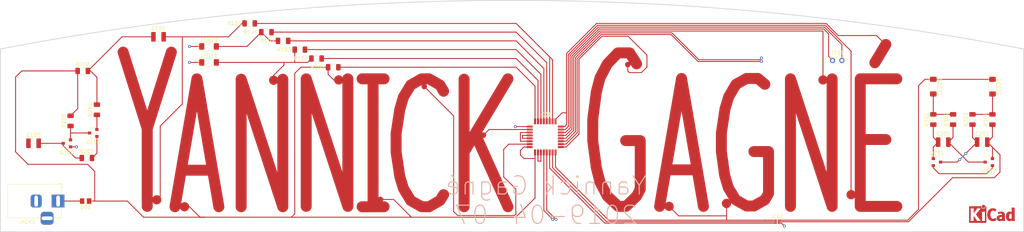
<source format=kicad_pcb>
(kicad_pcb (version 20171130) (host pcbnew 5.0.2-bee76a0~70~ubuntu18.04.1)

  (general
    (thickness 1.6)
    (drawings 5)
    (tracks 316)
    (zones 0)
    (modules 33)
    (nets 1)
  )

  (page USLegal)
  (layers
    (0 F.Cu signal)
    (31 B.Cu signal)
    (32 B.Adhes user)
    (33 F.Adhes user)
    (34 B.Paste user)
    (35 F.Paste user)
    (36 B.SilkS user)
    (37 F.SilkS user)
    (38 B.Mask user)
    (39 F.Mask user)
    (40 Dwgs.User user)
    (41 Cmts.User user)
    (42 Eco1.User user)
    (43 Eco2.User user)
    (44 Edge.Cuts user)
    (45 Margin user)
    (46 B.CrtYd user)
    (47 F.CrtYd user)
    (48 B.Fab user)
    (49 F.Fab user)
  )

  (setup
    (last_trace_width 0.25)
    (trace_clearance 0.2)
    (zone_clearance 0.508)
    (zone_45_only no)
    (trace_min 0.2)
    (segment_width 0.2)
    (edge_width 0.15)
    (via_size 0.8)
    (via_drill 0.4)
    (via_min_size 0.4)
    (via_min_drill 0.3)
    (uvia_size 0.3)
    (uvia_drill 0.1)
    (uvias_allowed no)
    (uvia_min_size 0.2)
    (uvia_min_drill 0.1)
    (pcb_text_width 0.3)
    (pcb_text_size 1.5 1.5)
    (mod_edge_width 0.15)
    (mod_text_size 1 1)
    (mod_text_width 0.15)
    (pad_size 2.54 2.54)
    (pad_drill 0)
    (pad_to_mask_clearance 0.051)
    (solder_mask_min_width 0.25)
    (aux_axis_origin 0 0)
    (visible_elements FFFFFF7F)
    (pcbplotparams
      (layerselection 0x010fc_ffffffff)
      (usegerberextensions false)
      (usegerberattributes true)
      (usegerberadvancedattributes false)
      (creategerberjobfile false)
      (excludeedgelayer false)
      (linewidth 0.100000)
      (plotframeref false)
      (viasonmask false)
      (mode 1)
      (useauxorigin true)
      (hpglpennumber 1)
      (hpglpenspeed 20)
      (hpglpendiameter 15.000000)
      (psnegative false)
      (psa4output false)
      (plotreference true)
      (plotvalue true)
      (plotinvisibletext false)
      (padsonsilk false)
      (subtractmaskfromsilk false)
      (outputformat 1)
      (mirror false)
      (drillshape 0)
      (scaleselection 1)
      (outputdirectory "gerbers"))
  )

  (net 0 "")

  (net_class Default "This is the default net class."
    (clearance 0.2)
    (trace_width 0.25)
    (via_dia 0.8)
    (via_drill 0.4)
    (uvia_dia 0.3)
    (uvia_drill 0.1)
  )

  (module Package_TO_SOT_SMD:SOT-23 (layer F.Cu) (tedit 5CAA045A) (tstamp 5CAD7DFA)
    (at 307.1368 119.6848 180)
    (descr "SOT-23, Standard")
    (tags SOT-23)
    (attr smd)
    (fp_text reference Q202 (at 0 -2.5 180) (layer F.SilkS)
      (effects (font (size 1 1) (thickness 0.15)))
    )
    (fp_text value SOT-23 (at 0 2.5 180) (layer F.Fab) hide
      (effects (font (size 1 1) (thickness 0.15)))
    )
    (fp_text user %R (at 0 0 270) (layer F.Fab)
      (effects (font (size 0.5 0.5) (thickness 0.075)))
    )
    (fp_line (start -0.7 -0.95) (end -0.7 1.5) (layer F.Fab) (width 0.1))
    (fp_line (start -0.15 -1.52) (end 0.7 -1.52) (layer F.Fab) (width 0.1))
    (fp_line (start -0.7 -0.95) (end -0.15 -1.52) (layer F.Fab) (width 0.1))
    (fp_line (start 0.7 -1.52) (end 0.7 1.52) (layer F.Fab) (width 0.1))
    (fp_line (start -0.7 1.52) (end 0.7 1.52) (layer F.Fab) (width 0.1))
    (fp_line (start 0.76 1.58) (end 0.76 0.65) (layer F.SilkS) (width 0.12))
    (fp_line (start 0.76 -1.58) (end 0.76 -0.65) (layer F.SilkS) (width 0.12))
    (fp_line (start -1.7 -1.75) (end 1.7 -1.75) (layer F.CrtYd) (width 0.05))
    (fp_line (start 1.7 -1.75) (end 1.7 1.75) (layer F.CrtYd) (width 0.05))
    (fp_line (start 1.7 1.75) (end -1.7 1.75) (layer F.CrtYd) (width 0.05))
    (fp_line (start -1.7 1.75) (end -1.7 -1.75) (layer F.CrtYd) (width 0.05))
    (fp_line (start 0.76 -1.58) (end -1.4 -1.58) (layer F.SilkS) (width 0.12))
    (fp_line (start 0.76 1.58) (end -0.7 1.58) (layer F.SilkS) (width 0.12))
    (pad 1 smd rect (at -1 -0.95 180) (size 0.9 0.8) (layers F.Cu F.Paste F.Mask))
    (pad 2 smd rect (at -1 0.95 180) (size 0.9 0.8) (layers F.Cu F.Paste F.Mask))
    (pad 3 smd rect (at 1 0 180) (size 0.9 0.8) (layers F.Cu F.Paste F.Mask))
    (model ${KISYS3DMOD}/Package_TO_SOT_SMD.3dshapes/SOT-23.wrl
      (at (xyz 0 0 0))
      (scale (xyz 1 1 1))
      (rotate (xyz 0 0 0))
    )
  )

  (module Package_TO_SOT_SMD:SOT-23 (layer F.Cu) (tedit 5CAA0453) (tstamp 5CAD7DFA)
    (at 292.9382 119.6848)
    (descr "SOT-23, Standard")
    (tags SOT-23)
    (attr smd)
    (fp_text reference Q201 (at 0 -2.5) (layer F.SilkS)
      (effects (font (size 1 1) (thickness 0.15)))
    )
    (fp_text value SOT-23 (at 0 2.5) (layer F.Fab) hide
      (effects (font (size 1 1) (thickness 0.15)))
    )
    (fp_text user %R (at 0 0 90) (layer F.Fab)
      (effects (font (size 0.5 0.5) (thickness 0.075)))
    )
    (fp_line (start -0.7 -0.95) (end -0.7 1.5) (layer F.Fab) (width 0.1))
    (fp_line (start -0.15 -1.52) (end 0.7 -1.52) (layer F.Fab) (width 0.1))
    (fp_line (start -0.7 -0.95) (end -0.15 -1.52) (layer F.Fab) (width 0.1))
    (fp_line (start 0.7 -1.52) (end 0.7 1.52) (layer F.Fab) (width 0.1))
    (fp_line (start -0.7 1.52) (end 0.7 1.52) (layer F.Fab) (width 0.1))
    (fp_line (start 0.76 1.58) (end 0.76 0.65) (layer F.SilkS) (width 0.12))
    (fp_line (start 0.76 -1.58) (end 0.76 -0.65) (layer F.SilkS) (width 0.12))
    (fp_line (start -1.7 -1.75) (end 1.7 -1.75) (layer F.CrtYd) (width 0.05))
    (fp_line (start 1.7 -1.75) (end 1.7 1.75) (layer F.CrtYd) (width 0.05))
    (fp_line (start 1.7 1.75) (end -1.7 1.75) (layer F.CrtYd) (width 0.05))
    (fp_line (start -1.7 1.75) (end -1.7 -1.75) (layer F.CrtYd) (width 0.05))
    (fp_line (start 0.76 -1.58) (end -1.4 -1.58) (layer F.SilkS) (width 0.12))
    (fp_line (start 0.76 1.58) (end -0.7 1.58) (layer F.SilkS) (width 0.12))
    (pad 1 smd rect (at -1 -0.95) (size 0.9 0.8) (layers F.Cu F.Paste F.Mask))
    (pad 2 smd rect (at -1 0.95) (size 0.9 0.8) (layers F.Cu F.Paste F.Mask))
    (pad 3 smd rect (at 1 0) (size 0.9 0.8) (layers F.Cu F.Paste F.Mask))
    (model ${KISYS3DMOD}/Package_TO_SOT_SMD.3dshapes/SOT-23.wrl
      (at (xyz 0 0 0))
      (scale (xyz 1 1 1))
      (rotate (xyz 0 0 0))
    )
  )

  (module Resistor_SMD:R_1206_3216Metric (layer F.Cu) (tedit 5CAA0479) (tstamp 5CAD7C70)
    (at 297.3578 108.0262 90)
    (descr "Resistor SMD 1206 (3216 Metric), square (rectangular) end terminal, IPC_7351 nominal, (Body size source: http://www.tortai-tech.com/upload/download/2011102023233369053.pdf), generated with kicad-footprint-generator")
    (tags resistor)
    (attr smd)
    (fp_text reference R302 (at 0 -1.82 90) (layer F.SilkS)
      (effects (font (size 1 1) (thickness 0.15)))
    )
    (fp_text value R_1206_3216Metric (at 0 1.82 90) (layer F.Fab) hide
      (effects (font (size 1 1) (thickness 0.15)))
    )
    (fp_line (start -1.6 0.8) (end -1.6 -0.8) (layer F.Fab) (width 0.1))
    (fp_line (start -1.6 -0.8) (end 1.6 -0.8) (layer F.Fab) (width 0.1))
    (fp_line (start 1.6 -0.8) (end 1.6 0.8) (layer F.Fab) (width 0.1))
    (fp_line (start 1.6 0.8) (end -1.6 0.8) (layer F.Fab) (width 0.1))
    (fp_line (start -0.602064 -0.91) (end 0.602064 -0.91) (layer F.SilkS) (width 0.12))
    (fp_line (start -0.602064 0.91) (end 0.602064 0.91) (layer F.SilkS) (width 0.12))
    (fp_line (start -2.28 1.12) (end -2.28 -1.12) (layer F.CrtYd) (width 0.05))
    (fp_line (start -2.28 -1.12) (end 2.28 -1.12) (layer F.CrtYd) (width 0.05))
    (fp_line (start 2.28 -1.12) (end 2.28 1.12) (layer F.CrtYd) (width 0.05))
    (fp_line (start 2.28 1.12) (end -2.28 1.12) (layer F.CrtYd) (width 0.05))
    (fp_text user %R (at 0 0 90) (layer F.Fab)
      (effects (font (size 0.8 0.8) (thickness 0.12)))
    )
    (pad 1 smd roundrect (at -1.4 0 90) (size 1.25 1.75) (layers F.Cu F.Paste F.Mask) (roundrect_rratio 0.2))
    (pad 2 smd roundrect (at 1.4 0 90) (size 1.25 1.75) (layers F.Cu F.Paste F.Mask) (roundrect_rratio 0.2))
    (model ${KISYS3DMOD}/Resistor_SMD.3dshapes/R_1206_3216Metric.wrl
      (at (xyz 0 0 0))
      (scale (xyz 1 1 1))
      (rotate (xyz 0 0 0))
    )
  )

  (module Resistor_SMD:R_1206_3216Metric (layer F.Cu) (tedit 5CAA0482) (tstamp 5CAD7C70)
    (at 308.1274 108.0262 90)
    (descr "Resistor SMD 1206 (3216 Metric), square (rectangular) end terminal, IPC_7351 nominal, (Body size source: http://www.tortai-tech.com/upload/download/2011102023233369053.pdf), generated with kicad-footprint-generator")
    (tags resistor)
    (attr smd)
    (fp_text reference R304 (at 0 -1.82 90) (layer F.SilkS)
      (effects (font (size 1 1) (thickness 0.15)))
    )
    (fp_text value R_1206_3216Metric (at 0 1.82 90) (layer F.Fab) hide
      (effects (font (size 1 1) (thickness 0.15)))
    )
    (fp_line (start -1.6 0.8) (end -1.6 -0.8) (layer F.Fab) (width 0.1))
    (fp_line (start -1.6 -0.8) (end 1.6 -0.8) (layer F.Fab) (width 0.1))
    (fp_line (start 1.6 -0.8) (end 1.6 0.8) (layer F.Fab) (width 0.1))
    (fp_line (start 1.6 0.8) (end -1.6 0.8) (layer F.Fab) (width 0.1))
    (fp_line (start -0.602064 -0.91) (end 0.602064 -0.91) (layer F.SilkS) (width 0.12))
    (fp_line (start -0.602064 0.91) (end 0.602064 0.91) (layer F.SilkS) (width 0.12))
    (fp_line (start -2.28 1.12) (end -2.28 -1.12) (layer F.CrtYd) (width 0.05))
    (fp_line (start -2.28 -1.12) (end 2.28 -1.12) (layer F.CrtYd) (width 0.05))
    (fp_line (start 2.28 -1.12) (end 2.28 1.12) (layer F.CrtYd) (width 0.05))
    (fp_line (start 2.28 1.12) (end -2.28 1.12) (layer F.CrtYd) (width 0.05))
    (fp_text user %R (at 0 0 90) (layer F.Fab)
      (effects (font (size 0.8 0.8) (thickness 0.12)))
    )
    (pad 1 smd roundrect (at -1.4 0 90) (size 1.25 1.75) (layers F.Cu F.Paste F.Mask) (roundrect_rratio 0.2))
    (pad 2 smd roundrect (at 1.4 0 90) (size 1.25 1.75) (layers F.Cu F.Paste F.Mask) (roundrect_rratio 0.2))
    (model ${KISYS3DMOD}/Resistor_SMD.3dshapes/R_1206_3216Metric.wrl
      (at (xyz 0 0 0))
      (scale (xyz 1 1 1))
      (rotate (xyz 0 0 0))
    )
  )

  (module Resistor_SMD:R_1206_3216Metric (layer F.Cu) (tedit 5CAA0474) (tstamp 5CAD7C70)
    (at 291.9476 108.0262 90)
    (descr "Resistor SMD 1206 (3216 Metric), square (rectangular) end terminal, IPC_7351 nominal, (Body size source: http://www.tortai-tech.com/upload/download/2011102023233369053.pdf), generated with kicad-footprint-generator")
    (tags resistor)
    (attr smd)
    (fp_text reference R301 (at 0 -1.82 90) (layer F.SilkS)
      (effects (font (size 1 1) (thickness 0.15)))
    )
    (fp_text value R_1206_3216Metric (at 0 1.82 90) (layer F.Fab) hide
      (effects (font (size 1 1) (thickness 0.15)))
    )
    (fp_line (start -1.6 0.8) (end -1.6 -0.8) (layer F.Fab) (width 0.1))
    (fp_line (start -1.6 -0.8) (end 1.6 -0.8) (layer F.Fab) (width 0.1))
    (fp_line (start 1.6 -0.8) (end 1.6 0.8) (layer F.Fab) (width 0.1))
    (fp_line (start 1.6 0.8) (end -1.6 0.8) (layer F.Fab) (width 0.1))
    (fp_line (start -0.602064 -0.91) (end 0.602064 -0.91) (layer F.SilkS) (width 0.12))
    (fp_line (start -0.602064 0.91) (end 0.602064 0.91) (layer F.SilkS) (width 0.12))
    (fp_line (start -2.28 1.12) (end -2.28 -1.12) (layer F.CrtYd) (width 0.05))
    (fp_line (start -2.28 -1.12) (end 2.28 -1.12) (layer F.CrtYd) (width 0.05))
    (fp_line (start 2.28 -1.12) (end 2.28 1.12) (layer F.CrtYd) (width 0.05))
    (fp_line (start 2.28 1.12) (end -2.28 1.12) (layer F.CrtYd) (width 0.05))
    (fp_text user %R (at 0 0 90) (layer F.Fab)
      (effects (font (size 0.8 0.8) (thickness 0.12)))
    )
    (pad 1 smd roundrect (at -1.4 0 90) (size 1.25 1.75) (layers F.Cu F.Paste F.Mask) (roundrect_rratio 0.2))
    (pad 2 smd roundrect (at 1.4 0 90) (size 1.25 1.75) (layers F.Cu F.Paste F.Mask) (roundrect_rratio 0.2))
    (model ${KISYS3DMOD}/Resistor_SMD.3dshapes/R_1206_3216Metric.wrl
      (at (xyz 0 0 0))
      (scale (xyz 1 1 1))
      (rotate (xyz 0 0 0))
    )
  )

  (module Resistor_SMD:R_1206_3216Metric (layer F.Cu) (tedit 5CAA047E) (tstamp 5CAD7C70)
    (at 302.6664 108.0262 90)
    (descr "Resistor SMD 1206 (3216 Metric), square (rectangular) end terminal, IPC_7351 nominal, (Body size source: http://www.tortai-tech.com/upload/download/2011102023233369053.pdf), generated with kicad-footprint-generator")
    (tags resistor)
    (attr smd)
    (fp_text reference R303 (at 0 -1.82 90) (layer F.SilkS)
      (effects (font (size 1 1) (thickness 0.15)))
    )
    (fp_text value R_1206_3216Metric (at 0 1.82 90) (layer F.Fab) hide
      (effects (font (size 1 1) (thickness 0.15)))
    )
    (fp_line (start -1.6 0.8) (end -1.6 -0.8) (layer F.Fab) (width 0.1))
    (fp_line (start -1.6 -0.8) (end 1.6 -0.8) (layer F.Fab) (width 0.1))
    (fp_line (start 1.6 -0.8) (end 1.6 0.8) (layer F.Fab) (width 0.1))
    (fp_line (start 1.6 0.8) (end -1.6 0.8) (layer F.Fab) (width 0.1))
    (fp_line (start -0.602064 -0.91) (end 0.602064 -0.91) (layer F.SilkS) (width 0.12))
    (fp_line (start -0.602064 0.91) (end 0.602064 0.91) (layer F.SilkS) (width 0.12))
    (fp_line (start -2.28 1.12) (end -2.28 -1.12) (layer F.CrtYd) (width 0.05))
    (fp_line (start -2.28 -1.12) (end 2.28 -1.12) (layer F.CrtYd) (width 0.05))
    (fp_line (start 2.28 -1.12) (end 2.28 1.12) (layer F.CrtYd) (width 0.05))
    (fp_line (start 2.28 1.12) (end -2.28 1.12) (layer F.CrtYd) (width 0.05))
    (fp_text user %R (at 0 0 90) (layer F.Fab)
      (effects (font (size 0.8 0.8) (thickness 0.12)))
    )
    (pad 1 smd roundrect (at -1.4 0 90) (size 1.25 1.75) (layers F.Cu F.Paste F.Mask) (roundrect_rratio 0.2))
    (pad 2 smd roundrect (at 1.4 0 90) (size 1.25 1.75) (layers F.Cu F.Paste F.Mask) (roundrect_rratio 0.2))
    (model ${KISYS3DMOD}/Resistor_SMD.3dshapes/R_1206_3216Metric.wrl
      (at (xyz 0 0 0))
      (scale (xyz 1 1 1))
      (rotate (xyz 0 0 0))
    )
  )

  (module Capacitor_SMD:C_1210_3225Metric (layer F.Cu) (tedit 5CAA0468) (tstamp 5CAD7C19)
    (at 305.3334 114.2238)
    (descr "Capacitor SMD 1210 (3225 Metric), square (rectangular) end terminal, IPC_7351 nominal, (Body size source: http://www.tortai-tech.com/upload/download/2011102023233369053.pdf), generated with kicad-footprint-generator")
    (tags capacitor)
    (attr smd)
    (fp_text reference C201 (at 0 -2.28) (layer F.SilkS)
      (effects (font (size 1 1) (thickness 0.15)))
    )
    (fp_text value C_1210_3225Metric (at 0 2.28) (layer F.Fab) hide
      (effects (font (size 1 1) (thickness 0.15)))
    )
    (fp_line (start -1.6 1.25) (end -1.6 -1.25) (layer F.Fab) (width 0.1))
    (fp_line (start -1.6 -1.25) (end 1.6 -1.25) (layer F.Fab) (width 0.1))
    (fp_line (start 1.6 -1.25) (end 1.6 1.25) (layer F.Fab) (width 0.1))
    (fp_line (start 1.6 1.25) (end -1.6 1.25) (layer F.Fab) (width 0.1))
    (fp_line (start -0.602064 -1.36) (end 0.602064 -1.36) (layer F.SilkS) (width 0.12))
    (fp_line (start -0.602064 1.36) (end 0.602064 1.36) (layer F.SilkS) (width 0.12))
    (fp_line (start -2.28 1.58) (end -2.28 -1.58) (layer F.CrtYd) (width 0.05))
    (fp_line (start -2.28 -1.58) (end 2.28 -1.58) (layer F.CrtYd) (width 0.05))
    (fp_line (start 2.28 -1.58) (end 2.28 1.58) (layer F.CrtYd) (width 0.05))
    (fp_line (start 2.28 1.58) (end -2.28 1.58) (layer F.CrtYd) (width 0.05))
    (fp_text user %R (at 0 0) (layer F.Fab)
      (effects (font (size 0.8 0.8) (thickness 0.12)))
    )
    (pad 1 smd roundrect (at -1.4 0) (size 1.25 2.65) (layers F.Cu F.Paste F.Mask) (roundrect_rratio 0.2))
    (pad 2 smd roundrect (at 1.4 0) (size 1.25 2.65) (layers F.Cu F.Paste F.Mask) (roundrect_rratio 0.2))
    (model ${KISYS3DMOD}/Capacitor_SMD.3dshapes/C_1210_3225Metric.wrl
      (at (xyz 0 0 0))
      (scale (xyz 1 1 1))
      (rotate (xyz 0 0 0))
    )
  )

  (module Capacitor_SMD:C_1210_3225Metric (layer F.Cu) (tedit 5CAA0463) (tstamp 5CAD7C19)
    (at 294.6654 114.2238)
    (descr "Capacitor SMD 1210 (3225 Metric), square (rectangular) end terminal, IPC_7351 nominal, (Body size source: http://www.tortai-tech.com/upload/download/2011102023233369053.pdf), generated with kicad-footprint-generator")
    (tags capacitor)
    (attr smd)
    (fp_text reference C200 (at 0 -2.28) (layer F.SilkS)
      (effects (font (size 1 1) (thickness 0.15)))
    )
    (fp_text value C_1210_3225Metric (at 0 2.28) (layer F.Fab) hide
      (effects (font (size 1 1) (thickness 0.15)))
    )
    (fp_line (start -1.6 1.25) (end -1.6 -1.25) (layer F.Fab) (width 0.1))
    (fp_line (start -1.6 -1.25) (end 1.6 -1.25) (layer F.Fab) (width 0.1))
    (fp_line (start 1.6 -1.25) (end 1.6 1.25) (layer F.Fab) (width 0.1))
    (fp_line (start 1.6 1.25) (end -1.6 1.25) (layer F.Fab) (width 0.1))
    (fp_line (start -0.602064 -1.36) (end 0.602064 -1.36) (layer F.SilkS) (width 0.12))
    (fp_line (start -0.602064 1.36) (end 0.602064 1.36) (layer F.SilkS) (width 0.12))
    (fp_line (start -2.28 1.58) (end -2.28 -1.58) (layer F.CrtYd) (width 0.05))
    (fp_line (start -2.28 -1.58) (end 2.28 -1.58) (layer F.CrtYd) (width 0.05))
    (fp_line (start 2.28 -1.58) (end 2.28 1.58) (layer F.CrtYd) (width 0.05))
    (fp_line (start 2.28 1.58) (end -2.28 1.58) (layer F.CrtYd) (width 0.05))
    (fp_text user %R (at 0 0) (layer F.Fab)
      (effects (font (size 0.8 0.8) (thickness 0.12)))
    )
    (pad 1 smd roundrect (at -1.4 0) (size 1.25 2.65) (layers F.Cu F.Paste F.Mask) (roundrect_rratio 0.2))
    (pad 2 smd roundrect (at 1.4 0) (size 1.25 2.65) (layers F.Cu F.Paste F.Mask) (roundrect_rratio 0.2))
    (model ${KISYS3DMOD}/Capacitor_SMD.3dshapes/C_1210_3225Metric.wrl
      (at (xyz 0 0 0))
      (scale (xyz 1 1 1))
      (rotate (xyz 0 0 0))
    )
  )

  (module myparts:nameplate_Y (layer F.Cu) (tedit 5CAA0EF3) (tstamp 5CA90A57)
    (at 76.8604 111.2012)
    (fp_text reference REF** (at 16.05 -18.75) (layer F.SilkS) hide
      (effects (font (size 1 1) (thickness 0.15)))
    )
    (fp_text value nameplate_Y (at 15.9 -20.6) (layer F.Fab) hide
      (effects (font (size 1 1) (thickness 0.15)))
    )
    (pad 13 smd custom (at 202.1 -23.6) (size 2.54 2.54) (layers F.Cu F.Paste F.Mask)
      (zone_connect 0)
      (options (clearance outline) (anchor circle))
      (primitives
        (gr_line (start 0 -0.1) (end -3 4.9) (width 3))
      ))
    (pad 12 smd custom (at 192.6 17.4) (size 2.54 2.54) (layers F.Cu F.Paste F.Mask)
      (zone_connect 0)
      (options (clearance outline) (anchor circle))
      (primitives
        (gr_line (start 2.5 3.2) (end 2.5 -31.7) (width 3))
        (gr_line (start 2.5 -31.7) (end 12.5 -31.7) (width 3))
        (gr_line (start 12.5 3.2) (end 2.5 3.2) (width 3))
        (gr_line (start 2.5 -15.1) (end 9.5 -15.1) (width 3))
      ))
    (pad 11 smd custom (at 184.9 -14) (size 2.54 2.54) (layers F.Cu F.Paste F.Mask)
      (zone_connect 0)
      (options (clearance outline) (anchor circle))
      (primitives
        (gr_line (start -8.9 34.6) (end -8.9 -0.3) (width 3))
        (gr_line (start 2.5 34.6) (end 2.5 -0.3) (width 3))
        (gr_line (start -8.9 -0.3) (end 2.5 34.6) (width 3))
      ))
    (pad 10 smd custom (at 158.5 19.8) (size 2.54 2.54) (layers F.Cu F.Paste F.Mask)
      (zone_connect 0)
      (options (clearance outline) (anchor circle))
      (primitives
        (gr_line (start 2.6 -32.6) (end 0.6 -29.2) (width 3))
        (gr_line (start -1.4 -14.2) (end -0.5 -7.7) (width 3))
        (gr_line (start 5.5 -34.2) (end 2.6 -32.6) (width 3))
        (gr_line (start 8.6 -34.2) (end 5.5 -34.2) (width 3))
        (gr_line (start 2.5 -1) (end 5.5 0.7) (width 3))
        (gr_line (start 10.5 -1) (end 11.5 -2.7) (width 3))
        (gr_line (start 10.5 -32.6) (end 8.6 -34.2) (width 3))
        (gr_line (start -0.4 -25.9) (end -1.4 -19.3) (width 3))
        (gr_line (start 7.5 0.7) (end 10.5 -1) (width 3))
        (gr_line (start 5.5 0.7) (end 7.5 0.7) (width 3))
        (gr_line (start 0.6 -29.2) (end -0.4 -25.9) (width 3))
        (gr_line (start -1.4 -19.3) (end -1.4 -14.2) (width 3))
        (gr_line (start 11.5 -2.7) (end 11.5 -14.2) (width 3))
        (gr_line (start 11.5 -14.2) (end 7.5 -14.2) (width 3))
        (gr_line (start -0.5 -7.7) (end 0.5 -4.3) (width 3))
        (gr_line (start 0.5 -4.3) (end 2.5 -1) (width 3))
      ))
    (pad 9 smd custom (at 142.8 20.6) (size 2.54 2.54) (layers F.Cu F.Paste F.Mask)
      (zone_connect 0)
      (options (clearance outline) (anchor circle))
      (primitives
        (gr_line (start 3.4 -35) (end 9.4 0) (width 3))
        (gr_line (start -2.6 0) (end 3.4 -35) (width 3))
        (gr_line (start -0.8 -10) (end 7.6 -10) (width 3))
      ))
    (pad 8 smd custom (at 131.5 -18.2) (size 1.524 1.524) (layers F.Cu F.Paste F.Mask)
      (zone_connect 0)
      (options (clearance outline) (anchor circle))
      (primitives
        (gr_line (start -5.6 36) (end -2.6 38.8) (width 3))
        (gr_line (start -5.6 -0.2) (end -7.6 3.6) (width 3))
        (gr_line (start -7.6 3.6) (end -8.6 7.4) (width 3))
        (gr_line (start 3.4 20.8) (end -0.6 20.8) (width 3))
        (gr_line (start -9.6 15) (end -9.6 20.8) (width 3))
        (gr_line (start -0.5 38.8) (end 2.4 36) (width 3))
        (gr_line (start -2.6 38.8) (end -0.6 38.8) (width 3))
        (gr_line (start -2.7 -3.2) (end -5.6 -0.2) (width 3))
        (gr_line (start -9.6 20.8) (end -8.6 28.3) (width 3))
        (gr_line (start -7.6 32.2) (end -5.6 36) (width 3))
        (gr_line (start 3.4 34.1) (end 3.4 20.8) (width 3))
        (gr_line (start 2.4 -0.2) (end 0.5 -3.2) (width 3))
        (gr_line (start 0.4 -3.2) (end -2.6 -3.2) (width 3))
        (gr_line (start 2.4 36) (end 3.4 34.1) (width 3))
        (gr_line (start -8.6 7.4) (end -9.6 15) (width 3))
        (gr_line (start -8.6 28.3) (end -7.6 32.2) (width 3))
      ))
    (pad 7 smd custom (at 92 1.1) (size 1.524 1.524) (layers F.Cu F.Paste F.Mask)
      (zone_connect 0)
      (options (clearance outline) (anchor circle))
      (primitives
        (gr_line (start 6.7 19.6) (end -2.3 -0.4) (width 3))
        (gr_line (start 6.7 -15.4) (end -5.3 4.6) (width 3))
        (gr_line (start -5.3 19.6) (end -5.3 -15.3) (width 3))
      ))
    (pad 6 smd custom (at 75.8 -12.2) (size 1.524 1.524) (layers F.Cu F.Paste F.Mask)
      (zone_connect 0)
      (options (clearance outline) (anchor circle))
      (primitives
        (gr_line (start -5.7 27.9) (end -6.7 24.6) (width 3))
        (gr_line (start 4.3 31.2) (end 1.3 32.9) (width 3))
        (gr_line (start -7.7 12.9) (end -6.7 6.3) (width 3))
        (gr_line (start -6.7 24.6) (end -7.7 17.9) (width 3))
        (gr_line (start -6.7 6.3) (end -5.7 2.9) (width 3))
        (gr_line (start -3.7 -0.4) (end -0.7 -2.1) (width 3))
        (gr_line (start -3.7 31.2) (end -5.7 27.9) (width 3))
        (gr_line (start -0.7 -2.1) (end 1.3 -2.1) (width 3))
        (gr_line (start 1.3 32.9) (end -0.7 32.9) (width 3))
        (gr_line (start 5.3 29.6) (end 4.3 31.2) (width 3))
        (gr_line (start -7.7 17.9) (end -7.7 12.9) (width 3))
        (gr_line (start 1.3 -2.1) (end 4.3 -0.4) (width 3))
        (gr_line (start 4.3 -0.4) (end 5.3 1.3) (width 3))
        (gr_line (start -5.7 2.9) (end -3.7 -0.4) (width 3))
        (gr_line (start -0.7 32.9) (end -3.7 31.2) (width 3))
      ))
    (pad 5 smd custom (at 63.8 18.7) (size 1.524 1.524) (layers F.Cu F.Paste F.Mask)
      (zone_connect 0)
      (options (clearance outline) (anchor circle))
      (primitives
        (gr_line (start -2 2) (end -2 -33) (width 3))
        (gr_line (start -5 -33) (end 1 -33) (width 3))
        (gr_line (start -5 2) (end 1 2) (width 3))
      ))
    (pad 4 smd custom (at 52.4 -14) (size 2.54 2.54) (layers F.Cu F.Paste F.Mask)
      (zone_connect 0)
      (options (clearance outline) (anchor circle))
      (primitives
        (gr_line (start -8.9 34.6) (end -8.9 -0.3) (width 3))
        (gr_line (start 2.5 34.6) (end 2.5 -0.3) (width 3))
        (gr_line (start -8.9 -0.3) (end 2.5 34.6) (width 3))
      ))
    (pad 3 smd custom (at 34.6 -13.9) (size 2.54 2.54) (layers F.Cu F.Paste F.Mask)
      (zone_connect 0)
      (options (clearance outline) (anchor circle))
      (primitives
        (gr_line (start -8.9 34.6) (end -8.9 -0.3) (width 3))
        (gr_line (start 2.5 34.6) (end 2.5 -0.3) (width 3))
        (gr_line (start -8.9 -0.3) (end 2.5 34.6) (width 3))
      ))
    (pad 2 smd custom (at 10.2 20.7) (size 2.54 2.54) (layers F.Cu F.Paste F.Mask)
      (zone_connect 0)
      (options (clearance outline) (anchor circle))
      (primitives
        (gr_line (start 3.4 -35) (end 9.4 0) (width 3))
        (gr_line (start -2.6 0) (end 3.4 -35) (width 3))
        (gr_line (start -0.8 -10) (end 7.6 -10) (width 3))
      ))
    (pad 1 smd custom (at 2.6 18.8) (size 2.54 2.54) (layers F.Cu F.Paste F.Mask)
      (zone_connect 0)
      (options (clearance outline) (anchor circle))
      (primitives
        (gr_line (start 4 -40.4) (end -2.6 -19.5) (width 3))
        (gr_line (start -2.6 -19.5) (end -9.2 -40.4) (width 3))
        (gr_line (start -2.6 1.8) (end -2.6 -19.5) (width 3))
      ))
  )

  (module Connector_BarrelJack:BarrelJack_Horizontal (layer F.Cu) (tedit 5CA9ECC1) (tstamp 5CAA2E07)
    (at 52.4764 130.3528)
    (descr "DC Barrel Jack")
    (tags "Power Jack")
    (fp_text reference JACK1 (at -8.45 5.75) (layer F.SilkS)
      (effects (font (size 1 1) (thickness 0.15)))
    )
    (fp_text value BarrelJack_Horizontal (at -6.2 -5.5) (layer F.Fab) hide
      (effects (font (size 1 1) (thickness 0.15)))
    )
    (fp_line (start 0 -4.5) (end -13.7 -4.5) (layer F.Fab) (width 0.1))
    (fp_line (start 0.8 4.5) (end 0.8 -3.75) (layer F.Fab) (width 0.1))
    (fp_line (start -13.7 4.5) (end 0.8 4.5) (layer F.Fab) (width 0.1))
    (fp_line (start -13.7 -4.5) (end -13.7 4.5) (layer F.Fab) (width 0.1))
    (fp_line (start -10.2 -4.5) (end -10.2 4.5) (layer F.Fab) (width 0.1))
    (fp_line (start 0.9 -4.6) (end 0.9 -2) (layer F.SilkS) (width 0.12))
    (fp_line (start -13.8 -4.6) (end 0.9 -4.6) (layer F.SilkS) (width 0.12))
    (fp_line (start 0.9 4.6) (end -1 4.6) (layer F.SilkS) (width 0.12))
    (fp_line (start 0.9 1.9) (end 0.9 4.6) (layer F.SilkS) (width 0.12))
    (fp_line (start -13.8 4.6) (end -13.8 -4.6) (layer F.SilkS) (width 0.12))
    (fp_line (start -5 4.6) (end -13.8 4.6) (layer F.SilkS) (width 0.12))
    (fp_line (start -14 4.75) (end -14 -4.75) (layer F.CrtYd) (width 0.05))
    (fp_line (start -5 4.75) (end -14 4.75) (layer F.CrtYd) (width 0.05))
    (fp_line (start -5 6.75) (end -5 4.75) (layer F.CrtYd) (width 0.05))
    (fp_line (start -1 6.75) (end -5 6.75) (layer F.CrtYd) (width 0.05))
    (fp_line (start -1 4.75) (end -1 6.75) (layer F.CrtYd) (width 0.05))
    (fp_line (start 1 4.75) (end -1 4.75) (layer F.CrtYd) (width 0.05))
    (fp_line (start 1 2) (end 1 4.75) (layer F.CrtYd) (width 0.05))
    (fp_line (start 2 2) (end 1 2) (layer F.CrtYd) (width 0.05))
    (fp_line (start 2 -2) (end 2 2) (layer F.CrtYd) (width 0.05))
    (fp_line (start 1 -2) (end 2 -2) (layer F.CrtYd) (width 0.05))
    (fp_line (start 1 -4.5) (end 1 -2) (layer F.CrtYd) (width 0.05))
    (fp_line (start 1 -4.75) (end -14 -4.75) (layer F.CrtYd) (width 0.05))
    (fp_line (start 1 -4.5) (end 1 -4.75) (layer F.CrtYd) (width 0.05))
    (fp_line (start 0.05 -4.8) (end 1.1 -4.8) (layer F.SilkS) (width 0.12))
    (fp_line (start 1.1 -3.75) (end 1.1 -4.8) (layer F.SilkS) (width 0.12))
    (fp_line (start -0.003213 -4.505425) (end 0.8 -3.75) (layer F.Fab) (width 0.1))
    (fp_text user %R (at -3 -2.95) (layer F.Fab)
      (effects (font (size 1 1) (thickness 0.15)))
    )
    (pad 3 thru_hole roundrect (at -3 4.7) (size 3.5 3.5) (drill oval 3 1) (layers *.Cu *.Mask) (roundrect_rratio 0.25))
    (pad 2 thru_hole roundrect (at -6 0) (size 3 3.5) (drill oval 1 3) (layers *.Cu *.Mask) (roundrect_rratio 0.25))
    (pad 1 thru_hole rect (at 0 0) (size 3.5 3.5) (drill oval 1 3) (layers *.Cu *.Mask))
    (model ${KISYS3DMOD}/Connector_BarrelJack.3dshapes/BarrelJack_Horizontal.wrl
      (at (xyz 0 0 0))
      (scale (xyz 1 1 1))
      (rotate (xyz 0 0 0))
    )
  )

  (module Package_QFP:TQFP-32_7x7mm_P0.8mm (layer F.Cu) (tedit 5CA9EBF5) (tstamp 5CAB060D)
    (at 185.7756 112.776)
    (descr "32-Lead Plastic Thin Quad Flatpack (PT) - 7x7x1.0 mm Body, 2.00 mm [TQFP] (see Microchip Packaging Specification 00000049BS.pdf)")
    (tags "QFP 0.8")
    (attr smd)
    (fp_text reference IC01 (at 0 -6.05) (layer F.SilkS)
      (effects (font (size 1 1) (thickness 0.15)))
    )
    (fp_text value TQFP-32_7x7mm_P0.8mm (at 0 6.05) (layer F.Fab) hide
      (effects (font (size 1 1) (thickness 0.15)))
    )
    (fp_line (start -3.625 -3.4) (end -5.05 -3.4) (layer F.SilkS) (width 0.15))
    (fp_line (start 3.625 -3.625) (end 3.3 -3.625) (layer F.SilkS) (width 0.15))
    (fp_line (start 3.625 3.625) (end 3.3 3.625) (layer F.SilkS) (width 0.15))
    (fp_line (start -3.625 3.625) (end -3.3 3.625) (layer F.SilkS) (width 0.15))
    (fp_line (start -3.625 -3.625) (end -3.3 -3.625) (layer F.SilkS) (width 0.15))
    (fp_line (start -3.625 3.625) (end -3.625 3.3) (layer F.SilkS) (width 0.15))
    (fp_line (start 3.625 3.625) (end 3.625 3.3) (layer F.SilkS) (width 0.15))
    (fp_line (start 3.625 -3.625) (end 3.625 -3.3) (layer F.SilkS) (width 0.15))
    (fp_line (start -3.625 -3.625) (end -3.625 -3.4) (layer F.SilkS) (width 0.15))
    (fp_line (start -5.3 5.3) (end 5.3 5.3) (layer F.CrtYd) (width 0.05))
    (fp_line (start -5.3 -5.3) (end 5.3 -5.3) (layer F.CrtYd) (width 0.05))
    (fp_line (start 5.3 -5.3) (end 5.3 5.3) (layer F.CrtYd) (width 0.05))
    (fp_line (start -5.3 -5.3) (end -5.3 5.3) (layer F.CrtYd) (width 0.05))
    (fp_line (start -3.5 -2.5) (end -2.5 -3.5) (layer F.Fab) (width 0.15))
    (fp_line (start -3.5 3.5) (end -3.5 -2.5) (layer F.Fab) (width 0.15))
    (fp_line (start 3.5 3.5) (end -3.5 3.5) (layer F.Fab) (width 0.15))
    (fp_line (start 3.5 -3.5) (end 3.5 3.5) (layer F.Fab) (width 0.15))
    (fp_line (start -2.5 -3.5) (end 3.5 -3.5) (layer F.Fab) (width 0.15))
    (fp_text user %R (at 0 0) (layer F.Fab)
      (effects (font (size 1 1) (thickness 0.15)))
    )
    (pad 32 smd rect (at -2.8 -4.25 90) (size 1.6 0.55) (layers F.Cu F.Paste F.Mask))
    (pad 31 smd rect (at -2 -4.25 90) (size 1.6 0.55) (layers F.Cu F.Paste F.Mask))
    (pad 30 smd rect (at -1.2 -4.25 90) (size 1.6 0.55) (layers F.Cu F.Paste F.Mask))
    (pad 29 smd rect (at -0.4 -4.25 90) (size 1.6 0.55) (layers F.Cu F.Paste F.Mask))
    (pad 28 smd rect (at 0.4 -4.25 90) (size 1.6 0.55) (layers F.Cu F.Paste F.Mask))
    (pad 27 smd rect (at 1.2 -4.25 90) (size 1.6 0.55) (layers F.Cu F.Paste F.Mask))
    (pad 26 smd rect (at 2 -4.25 90) (size 1.6 0.55) (layers F.Cu F.Paste F.Mask))
    (pad 25 smd rect (at 2.8 -4.25 90) (size 1.6 0.55) (layers F.Cu F.Paste F.Mask))
    (pad 24 smd rect (at 4.25 -2.8) (size 1.6 0.55) (layers F.Cu F.Paste F.Mask))
    (pad 23 smd rect (at 4.25 -2) (size 1.6 0.55) (layers F.Cu F.Paste F.Mask))
    (pad 22 smd rect (at 4.25 -1.2) (size 1.6 0.55) (layers F.Cu F.Paste F.Mask))
    (pad 21 smd rect (at 4.25 -0.4) (size 1.6 0.55) (layers F.Cu F.Paste F.Mask))
    (pad 20 smd rect (at 4.25 0.4) (size 1.6 0.55) (layers F.Cu F.Paste F.Mask))
    (pad 19 smd rect (at 4.25 1.2) (size 1.6 0.55) (layers F.Cu F.Paste F.Mask))
    (pad 18 smd rect (at 4.25 2) (size 1.6 0.55) (layers F.Cu F.Paste F.Mask))
    (pad 17 smd rect (at 4.25 2.8) (size 1.6 0.55) (layers F.Cu F.Paste F.Mask))
    (pad 16 smd rect (at 2.8 4.25 90) (size 1.6 0.55) (layers F.Cu F.Paste F.Mask))
    (pad 15 smd rect (at 2 4.25 90) (size 1.6 0.55) (layers F.Cu F.Paste F.Mask))
    (pad 14 smd rect (at 1.2 4.25 90) (size 1.6 0.55) (layers F.Cu F.Paste F.Mask))
    (pad 13 smd rect (at 0.4 4.25 90) (size 1.6 0.55) (layers F.Cu F.Paste F.Mask))
    (pad 12 smd rect (at -0.4 4.25 90) (size 1.6 0.55) (layers F.Cu F.Paste F.Mask))
    (pad 11 smd rect (at -1.2 4.25 90) (size 1.6 0.55) (layers F.Cu F.Paste F.Mask))
    (pad 10 smd rect (at -2 4.25 90) (size 1.6 0.55) (layers F.Cu F.Paste F.Mask))
    (pad 9 smd rect (at -2.8 4.25 90) (size 1.6 0.55) (layers F.Cu F.Paste F.Mask))
    (pad 8 smd rect (at -4.25 2.8) (size 1.6 0.55) (layers F.Cu F.Paste F.Mask))
    (pad 7 smd rect (at -4.25 2) (size 1.6 0.55) (layers F.Cu F.Paste F.Mask))
    (pad 6 smd rect (at -4.25 1.2) (size 1.6 0.55) (layers F.Cu F.Paste F.Mask))
    (pad 5 smd rect (at -4.25 0.4) (size 1.6 0.55) (layers F.Cu F.Paste F.Mask))
    (pad 4 smd rect (at -4.25 -0.4) (size 1.6 0.55) (layers F.Cu F.Paste F.Mask))
    (pad 3 smd rect (at -4.25 -1.2) (size 1.6 0.55) (layers F.Cu F.Paste F.Mask))
    (pad 2 smd rect (at -4.25 -2) (size 1.6 0.55) (layers F.Cu F.Paste F.Mask))
    (pad 1 smd rect (at -4.25 -2.8) (size 1.6 0.55) (layers F.Cu F.Paste F.Mask))
    (model ${KISYS3DMOD}/Package_QFP.3dshapes/TQFP-32_7x7mm_P0.8mm.wrl
      (at (xyz 0 0 0))
      (scale (xyz 1 1 1))
      (rotate (xyz 0 0 0))
    )
  )

  (module Resistor_SMD:R_1206_3216Metric (layer F.Cu) (tedit 5CA9E983) (tstamp 5CAB0C08)
    (at 104.902 81.7372)
    (descr "Resistor SMD 1206 (3216 Metric), square (rectangular) end terminal, IPC_7351 nominal, (Body size source: http://www.tortai-tech.com/upload/download/2011102023233369053.pdf), generated with kicad-footprint-generator")
    (tags resistor)
    (attr smd)
    (fp_text reference R100 (at -4.2164 0) (layer F.SilkS)
      (effects (font (size 1 1) (thickness 0.15)))
    )
    (fp_text value R_1206_3216Metric (at 0 1.82) (layer F.Fab) hide
      (effects (font (size 1 1) (thickness 0.15)))
    )
    (fp_text user %R (at 0 0) (layer F.Fab)
      (effects (font (size 0.8 0.8) (thickness 0.12)))
    )
    (fp_line (start 2.28 1.12) (end -2.28 1.12) (layer F.CrtYd) (width 0.05))
    (fp_line (start 2.28 -1.12) (end 2.28 1.12) (layer F.CrtYd) (width 0.05))
    (fp_line (start -2.28 -1.12) (end 2.28 -1.12) (layer F.CrtYd) (width 0.05))
    (fp_line (start -2.28 1.12) (end -2.28 -1.12) (layer F.CrtYd) (width 0.05))
    (fp_line (start -0.602064 0.91) (end 0.602064 0.91) (layer F.SilkS) (width 0.12))
    (fp_line (start -0.602064 -0.91) (end 0.602064 -0.91) (layer F.SilkS) (width 0.12))
    (fp_line (start 1.6 0.8) (end -1.6 0.8) (layer F.Fab) (width 0.1))
    (fp_line (start 1.6 -0.8) (end 1.6 0.8) (layer F.Fab) (width 0.1))
    (fp_line (start -1.6 -0.8) (end 1.6 -0.8) (layer F.Fab) (width 0.1))
    (fp_line (start -1.6 0.8) (end -1.6 -0.8) (layer F.Fab) (width 0.1))
    (pad 2 smd roundrect (at 1.4 0) (size 1.25 1.75) (layers F.Cu F.Paste F.Mask) (roundrect_rratio 0.2))
    (pad 1 smd roundrect (at -1.4 0) (size 1.25 1.75) (layers F.Cu F.Paste F.Mask) (roundrect_rratio 0.2))
    (model ${KISYS3DMOD}/Resistor_SMD.3dshapes/R_1206_3216Metric.wrl
      (at (xyz 0 0 0))
      (scale (xyz 1 1 1))
      (rotate (xyz 0 0 0))
    )
  )

  (module Resistor_SMD:R_1206_3216Metric (layer F.Cu) (tedit 5CA9E989) (tstamp 5CAB0C81)
    (at 109.474 84.1248)
    (descr "Resistor SMD 1206 (3216 Metric), square (rectangular) end terminal, IPC_7351 nominal, (Body size source: http://www.tortai-tech.com/upload/download/2011102023233369053.pdf), generated with kicad-footprint-generator")
    (tags resistor)
    (attr smd)
    (fp_text reference R101 (at -4.2672 0) (layer F.SilkS)
      (effects (font (size 1 1) (thickness 0.15)))
    )
    (fp_text value R_1206_3216Metric (at 0 1.82) (layer F.Fab) hide
      (effects (font (size 1 1) (thickness 0.15)))
    )
    (fp_text user %R (at 0 0) (layer F.Fab)
      (effects (font (size 0.8 0.8) (thickness 0.12)))
    )
    (fp_line (start 2.28 1.12) (end -2.28 1.12) (layer F.CrtYd) (width 0.05))
    (fp_line (start 2.28 -1.12) (end 2.28 1.12) (layer F.CrtYd) (width 0.05))
    (fp_line (start -2.28 -1.12) (end 2.28 -1.12) (layer F.CrtYd) (width 0.05))
    (fp_line (start -2.28 1.12) (end -2.28 -1.12) (layer F.CrtYd) (width 0.05))
    (fp_line (start -0.602064 0.91) (end 0.602064 0.91) (layer F.SilkS) (width 0.12))
    (fp_line (start -0.602064 -0.91) (end 0.602064 -0.91) (layer F.SilkS) (width 0.12))
    (fp_line (start 1.6 0.8) (end -1.6 0.8) (layer F.Fab) (width 0.1))
    (fp_line (start 1.6 -0.8) (end 1.6 0.8) (layer F.Fab) (width 0.1))
    (fp_line (start -1.6 -0.8) (end 1.6 -0.8) (layer F.Fab) (width 0.1))
    (fp_line (start -1.6 0.8) (end -1.6 -0.8) (layer F.Fab) (width 0.1))
    (pad 2 smd roundrect (at 1.4 0) (size 1.25 1.75) (layers F.Cu F.Paste F.Mask) (roundrect_rratio 0.2))
    (pad 1 smd roundrect (at -1.4 0) (size 1.25 1.75) (layers F.Cu F.Paste F.Mask) (roundrect_rratio 0.2))
    (model ${KISYS3DMOD}/Resistor_SMD.3dshapes/R_1206_3216Metric.wrl
      (at (xyz 0 0 0))
      (scale (xyz 1 1 1))
      (rotate (xyz 0 0 0))
    )
  )

  (module Resistor_SMD:R_1206_3216Metric (layer F.Cu) (tedit 5CA9E991) (tstamp 5CAB0CFA)
    (at 114.046 86.5124)
    (descr "Resistor SMD 1206 (3216 Metric), square (rectangular) end terminal, IPC_7351 nominal, (Body size source: http://www.tortai-tech.com/upload/download/2011102023233369053.pdf), generated with kicad-footprint-generator")
    (tags resistor)
    (attr smd)
    (fp_text reference R102 (at -4.2672 0) (layer F.SilkS)
      (effects (font (size 1 1) (thickness 0.15)))
    )
    (fp_text value R_1206_3216Metric (at 0 1.82) (layer F.Fab) hide
      (effects (font (size 1 1) (thickness 0.15)))
    )
    (fp_text user %R (at 0 0) (layer F.Fab)
      (effects (font (size 0.8 0.8) (thickness 0.12)))
    )
    (fp_line (start 2.28 1.12) (end -2.28 1.12) (layer F.CrtYd) (width 0.05))
    (fp_line (start 2.28 -1.12) (end 2.28 1.12) (layer F.CrtYd) (width 0.05))
    (fp_line (start -2.28 -1.12) (end 2.28 -1.12) (layer F.CrtYd) (width 0.05))
    (fp_line (start -2.28 1.12) (end -2.28 -1.12) (layer F.CrtYd) (width 0.05))
    (fp_line (start -0.602064 0.91) (end 0.602064 0.91) (layer F.SilkS) (width 0.12))
    (fp_line (start -0.602064 -0.91) (end 0.602064 -0.91) (layer F.SilkS) (width 0.12))
    (fp_line (start 1.6 0.8) (end -1.6 0.8) (layer F.Fab) (width 0.1))
    (fp_line (start 1.6 -0.8) (end 1.6 0.8) (layer F.Fab) (width 0.1))
    (fp_line (start -1.6 -0.8) (end 1.6 -0.8) (layer F.Fab) (width 0.1))
    (fp_line (start -1.6 0.8) (end -1.6 -0.8) (layer F.Fab) (width 0.1))
    (pad 2 smd roundrect (at 1.4 0) (size 1.25 1.75) (layers F.Cu F.Paste F.Mask) (roundrect_rratio 0.2))
    (pad 1 smd roundrect (at -1.4 0) (size 1.25 1.75) (layers F.Cu F.Paste F.Mask) (roundrect_rratio 0.2))
    (model ${KISYS3DMOD}/Resistor_SMD.3dshapes/R_1206_3216Metric.wrl
      (at (xyz 0 0 0))
      (scale (xyz 1 1 1))
      (rotate (xyz 0 0 0))
    )
  )

  (module Resistor_SMD:R_1206_3216Metric (layer F.Cu) (tedit 5CA9E995) (tstamp 5CAB0D73)
    (at 118.618 88.9)
    (descr "Resistor SMD 1206 (3216 Metric), square (rectangular) end terminal, IPC_7351 nominal, (Body size source: http://www.tortai-tech.com/upload/download/2011102023233369053.pdf), generated with kicad-footprint-generator")
    (tags resistor)
    (attr smd)
    (fp_text reference R103 (at -4.2672 0) (layer F.SilkS)
      (effects (font (size 1 1) (thickness 0.15)))
    )
    (fp_text value R_1206_3216Metric (at 0 1.82) (layer F.Fab) hide
      (effects (font (size 1 1) (thickness 0.15)))
    )
    (fp_text user %R (at 0 0) (layer F.Fab)
      (effects (font (size 0.8 0.8) (thickness 0.12)))
    )
    (fp_line (start 2.28 1.12) (end -2.28 1.12) (layer F.CrtYd) (width 0.05))
    (fp_line (start 2.28 -1.12) (end 2.28 1.12) (layer F.CrtYd) (width 0.05))
    (fp_line (start -2.28 -1.12) (end 2.28 -1.12) (layer F.CrtYd) (width 0.05))
    (fp_line (start -2.28 1.12) (end -2.28 -1.12) (layer F.CrtYd) (width 0.05))
    (fp_line (start -0.602064 0.91) (end 0.602064 0.91) (layer F.SilkS) (width 0.12))
    (fp_line (start -0.602064 -0.91) (end 0.602064 -0.91) (layer F.SilkS) (width 0.12))
    (fp_line (start 1.6 0.8) (end -1.6 0.8) (layer F.Fab) (width 0.1))
    (fp_line (start 1.6 -0.8) (end 1.6 0.8) (layer F.Fab) (width 0.1))
    (fp_line (start -1.6 -0.8) (end 1.6 -0.8) (layer F.Fab) (width 0.1))
    (fp_line (start -1.6 0.8) (end -1.6 -0.8) (layer F.Fab) (width 0.1))
    (pad 2 smd roundrect (at 1.4 0) (size 1.25 1.75) (layers F.Cu F.Paste F.Mask) (roundrect_rratio 0.2))
    (pad 1 smd roundrect (at -1.4 0) (size 1.25 1.75) (layers F.Cu F.Paste F.Mask) (roundrect_rratio 0.2))
    (model ${KISYS3DMOD}/Resistor_SMD.3dshapes/R_1206_3216Metric.wrl
      (at (xyz 0 0 0))
      (scale (xyz 1 1 1))
      (rotate (xyz 0 0 0))
    )
  )

  (module Resistor_SMD:R_1206_3216Metric (layer F.Cu) (tedit 5CA9E999) (tstamp 5CAB0DEC)
    (at 123.19 91.3384)
    (descr "Resistor SMD 1206 (3216 Metric), square (rectangular) end terminal, IPC_7351 nominal, (Body size source: http://www.tortai-tech.com/upload/download/2011102023233369053.pdf), generated with kicad-footprint-generator")
    (tags resistor)
    (attr smd)
    (fp_text reference R104 (at -4.2672 0) (layer F.SilkS)
      (effects (font (size 1 1) (thickness 0.15)))
    )
    (fp_text value R_1206_3216Metric (at 0 1.82) (layer F.Fab) hide
      (effects (font (size 1 1) (thickness 0.15)))
    )
    (fp_text user %R (at 0 0) (layer F.Fab)
      (effects (font (size 0.8 0.8) (thickness 0.12)))
    )
    (fp_line (start 2.28 1.12) (end -2.28 1.12) (layer F.CrtYd) (width 0.05))
    (fp_line (start 2.28 -1.12) (end 2.28 1.12) (layer F.CrtYd) (width 0.05))
    (fp_line (start -2.28 -1.12) (end 2.28 -1.12) (layer F.CrtYd) (width 0.05))
    (fp_line (start -2.28 1.12) (end -2.28 -1.12) (layer F.CrtYd) (width 0.05))
    (fp_line (start -0.602064 0.91) (end 0.602064 0.91) (layer F.SilkS) (width 0.12))
    (fp_line (start -0.602064 -0.91) (end 0.602064 -0.91) (layer F.SilkS) (width 0.12))
    (fp_line (start 1.6 0.8) (end -1.6 0.8) (layer F.Fab) (width 0.1))
    (fp_line (start 1.6 -0.8) (end 1.6 0.8) (layer F.Fab) (width 0.1))
    (fp_line (start -1.6 -0.8) (end 1.6 -0.8) (layer F.Fab) (width 0.1))
    (fp_line (start -1.6 0.8) (end -1.6 -0.8) (layer F.Fab) (width 0.1))
    (pad 2 smd roundrect (at 1.4 0) (size 1.25 1.75) (layers F.Cu F.Paste F.Mask) (roundrect_rratio 0.2))
    (pad 1 smd roundrect (at -1.4 0) (size 1.25 1.75) (layers F.Cu F.Paste F.Mask) (roundrect_rratio 0.2))
    (model ${KISYS3DMOD}/Resistor_SMD.3dshapes/R_1206_3216Metric.wrl
      (at (xyz 0 0 0))
      (scale (xyz 1 1 1))
      (rotate (xyz 0 0 0))
    )
  )

  (module Resistor_SMD:R_1206_3216Metric (layer F.Cu) (tedit 5CA9E9A3) (tstamp 5CAB0E65)
    (at 127.762 93.726)
    (descr "Resistor SMD 1206 (3216 Metric), square (rectangular) end terminal, IPC_7351 nominal, (Body size source: http://www.tortai-tech.com/upload/download/2011102023233369053.pdf), generated with kicad-footprint-generator")
    (tags resistor)
    (attr smd)
    (fp_text reference R105 (at -4.2672 0) (layer F.SilkS)
      (effects (font (size 1 1) (thickness 0.15)))
    )
    (fp_text value R_1206_3216Metric (at 0 1.82) (layer F.Fab) hide
      (effects (font (size 1 1) (thickness 0.15)))
    )
    (fp_text user %R (at 0 0) (layer F.Fab)
      (effects (font (size 0.8 0.8) (thickness 0.12)))
    )
    (fp_line (start 2.28 1.12) (end -2.28 1.12) (layer F.CrtYd) (width 0.05))
    (fp_line (start 2.28 -1.12) (end 2.28 1.12) (layer F.CrtYd) (width 0.05))
    (fp_line (start -2.28 -1.12) (end 2.28 -1.12) (layer F.CrtYd) (width 0.05))
    (fp_line (start -2.28 1.12) (end -2.28 -1.12) (layer F.CrtYd) (width 0.05))
    (fp_line (start -0.602064 0.91) (end 0.602064 0.91) (layer F.SilkS) (width 0.12))
    (fp_line (start -0.602064 -0.91) (end 0.602064 -0.91) (layer F.SilkS) (width 0.12))
    (fp_line (start 1.6 0.8) (end -1.6 0.8) (layer F.Fab) (width 0.1))
    (fp_line (start 1.6 -0.8) (end 1.6 0.8) (layer F.Fab) (width 0.1))
    (fp_line (start -1.6 -0.8) (end 1.6 -0.8) (layer F.Fab) (width 0.1))
    (fp_line (start -1.6 0.8) (end -1.6 -0.8) (layer F.Fab) (width 0.1))
    (pad 2 smd roundrect (at 1.4 0) (size 1.25 1.75) (layers F.Cu F.Paste F.Mask) (roundrect_rratio 0.2))
    (pad 1 smd roundrect (at -1.4 0) (size 1.25 1.75) (layers F.Cu F.Paste F.Mask) (roundrect_rratio 0.2))
    (model ${KISYS3DMOD}/Resistor_SMD.3dshapes/R_1206_3216Metric.wrl
      (at (xyz 0 0 0))
      (scale (xyz 1 1 1))
      (rotate (xyz 0 0 0))
    )
  )

  (module Diode_SMD:D_MicroMELF (layer F.Cu) (tedit 5CA9ECF5) (tstamp 5CAB303E)
    (at 59.9948 130.3528 180)
    (descr "Diode, MicroMELF, http://www.vishay.com/docs/85597/bzm55-se.pdf")
    (tags "MicroMELF Diode")
    (attr smd)
    (fp_text reference D01 (at 0 -1.7 180) (layer F.SilkS)
      (effects (font (size 1 1) (thickness 0.15)))
    )
    (fp_text value D_MicroMELF (at 0 1.8 180) (layer F.Fab) hide
      (effects (font (size 1 1) (thickness 0.15)))
    )
    (fp_line (start 1.8 1) (end -1.8 1) (layer F.CrtYd) (width 0.05))
    (fp_line (start 1.8 1) (end 1.8 -1) (layer F.CrtYd) (width 0.05))
    (fp_line (start -1.8 -1) (end -1.8 1) (layer F.CrtYd) (width 0.05))
    (fp_line (start -1.8 -1) (end 1.8 -1) (layer F.CrtYd) (width 0.05))
    (fp_line (start -1.1 0.55) (end -1.1 -0.55) (layer F.Fab) (width 0.12))
    (fp_line (start 1.1 0.55) (end -1.1 0.55) (layer F.Fab) (width 0.12))
    (fp_line (start 1.1 -0.55) (end 1.1 0.55) (layer F.Fab) (width 0.12))
    (fp_line (start -1.1 -0.55) (end 1.1 -0.55) (layer F.Fab) (width 0.12))
    (fp_line (start -0.6 -0.55) (end -0.6 0.55) (layer F.Fab) (width 0.12))
    (fp_text user %R (at 0 -1.7 180) (layer F.Fab)
      (effects (font (size 1 1) (thickness 0.15)))
    )
    (fp_line (start -0.25 -0.25) (end -0.25 0.25) (layer F.Fab) (width 0.12))
    (fp_line (start -0.25 0) (end -0.75 0) (layer F.Fab) (width 0.12))
    (fp_line (start 0.25 0.25) (end -0.25 0) (layer F.Fab) (width 0.12))
    (fp_line (start 0.25 -0.25) (end 0.25 0.25) (layer F.Fab) (width 0.12))
    (fp_line (start -0.25 0) (end 0.25 -0.25) (layer F.Fab) (width 0.12))
    (fp_line (start 0.25 0) (end 0.75 0) (layer F.Fab) (width 0.12))
    (fp_line (start -1.7 0.9) (end 1.1 0.9) (layer F.SilkS) (width 0.12))
    (fp_line (start -1.7 -0.9) (end -1.7 0.9) (layer F.SilkS) (width 0.12))
    (fp_line (start 1.1 -0.9) (end -1.7 -0.9) (layer F.SilkS) (width 0.12))
    (pad 2 smd rect (at 0.95 0 180) (size 1.2 1.5) (layers F.Cu F.Paste F.Mask))
    (pad 1 smd rect (at -0.95 0 180) (size 1.2 1.5) (layers F.Cu F.Paste F.Mask))
    (model ${KISYS3DMOD}/Diode_SMD.3dshapes/D_MicroMELF.wrl
      (at (xyz 0 0 0))
      (scale (xyz 1 1 1))
      (rotate (xyz 0 0 0))
    )
  )

  (module Package_TO_SOT_SMD:SOT-23 (layer F.Cu) (tedit 5CA9EFC9) (tstamp 5CABB832)
    (at 54.8767 114.554 180)
    (descr "SOT-23, Standard")
    (tags SOT-23)
    (attr smd)
    (fp_text reference Q100 (at 0 -2.5 180) (layer F.SilkS)
      (effects (font (size 1 1) (thickness 0.15)))
    )
    (fp_text value SOT-23 (at 0 2.5 180) (layer F.Fab) hide
      (effects (font (size 1 1) (thickness 0.15)))
    )
    (fp_line (start 0.76 1.58) (end -0.7 1.58) (layer F.SilkS) (width 0.12))
    (fp_line (start 0.76 -1.58) (end -1.4 -1.58) (layer F.SilkS) (width 0.12))
    (fp_line (start -1.7 1.75) (end -1.7 -1.75) (layer F.CrtYd) (width 0.05))
    (fp_line (start 1.7 1.75) (end -1.7 1.75) (layer F.CrtYd) (width 0.05))
    (fp_line (start 1.7 -1.75) (end 1.7 1.75) (layer F.CrtYd) (width 0.05))
    (fp_line (start -1.7 -1.75) (end 1.7 -1.75) (layer F.CrtYd) (width 0.05))
    (fp_line (start 0.76 -1.58) (end 0.76 -0.65) (layer F.SilkS) (width 0.12))
    (fp_line (start 0.76 1.58) (end 0.76 0.65) (layer F.SilkS) (width 0.12))
    (fp_line (start -0.7 1.52) (end 0.7 1.52) (layer F.Fab) (width 0.1))
    (fp_line (start 0.7 -1.52) (end 0.7 1.52) (layer F.Fab) (width 0.1))
    (fp_line (start -0.7 -0.95) (end -0.15 -1.52) (layer F.Fab) (width 0.1))
    (fp_line (start -0.15 -1.52) (end 0.7 -1.52) (layer F.Fab) (width 0.1))
    (fp_line (start -0.7 -0.95) (end -0.7 1.5) (layer F.Fab) (width 0.1))
    (fp_text user %R (at 0 0 270) (layer F.Fab)
      (effects (font (size 0.5 0.5) (thickness 0.075)))
    )
    (pad 3 smd rect (at 1 0 180) (size 0.9 0.8) (layers F.Cu F.Paste F.Mask))
    (pad 2 smd rect (at -1 0.95 180) (size 0.9 0.8) (layers F.Cu F.Paste F.Mask))
    (pad 1 smd rect (at -1 -0.95 180) (size 0.9 0.8) (layers F.Cu F.Paste F.Mask))
    (model ${KISYS3DMOD}/Package_TO_SOT_SMD.3dshapes/SOT-23.wrl
      (at (xyz 0 0 0))
      (scale (xyz 1 1 1))
      (rotate (xyz 0 0 0))
    )
  )

  (module Package_TO_SOT_SMD:SOT-23 (layer F.Cu) (tedit 5CA9EFD0) (tstamp 5CABB8F2)
    (at 62.0903 111.7092 180)
    (descr "SOT-23, Standard")
    (tags SOT-23)
    (attr smd)
    (fp_text reference Q101 (at 0 -2.5 180) (layer F.SilkS)
      (effects (font (size 1 1) (thickness 0.15)))
    )
    (fp_text value SOT-23 (at 0 2.5 180) (layer F.Fab) hide
      (effects (font (size 1 1) (thickness 0.15)))
    )
    (fp_line (start 0.76 1.58) (end -0.7 1.58) (layer F.SilkS) (width 0.12))
    (fp_line (start 0.76 -1.58) (end -1.4 -1.58) (layer F.SilkS) (width 0.12))
    (fp_line (start -1.7 1.75) (end -1.7 -1.75) (layer F.CrtYd) (width 0.05))
    (fp_line (start 1.7 1.75) (end -1.7 1.75) (layer F.CrtYd) (width 0.05))
    (fp_line (start 1.7 -1.75) (end 1.7 1.75) (layer F.CrtYd) (width 0.05))
    (fp_line (start -1.7 -1.75) (end 1.7 -1.75) (layer F.CrtYd) (width 0.05))
    (fp_line (start 0.76 -1.58) (end 0.76 -0.65) (layer F.SilkS) (width 0.12))
    (fp_line (start 0.76 1.58) (end 0.76 0.65) (layer F.SilkS) (width 0.12))
    (fp_line (start -0.7 1.52) (end 0.7 1.52) (layer F.Fab) (width 0.1))
    (fp_line (start 0.7 -1.52) (end 0.7 1.52) (layer F.Fab) (width 0.1))
    (fp_line (start -0.7 -0.95) (end -0.15 -1.52) (layer F.Fab) (width 0.1))
    (fp_line (start -0.15 -1.52) (end 0.7 -1.52) (layer F.Fab) (width 0.1))
    (fp_line (start -0.7 -0.95) (end -0.7 1.5) (layer F.Fab) (width 0.1))
    (fp_text user %R (at 0 0 270) (layer F.Fab)
      (effects (font (size 0.5 0.5) (thickness 0.075)))
    )
    (pad 3 smd rect (at 1 0 180) (size 0.9 0.8) (layers F.Cu F.Paste F.Mask))
    (pad 2 smd rect (at -1 0.95 180) (size 0.9 0.8) (layers F.Cu F.Paste F.Mask))
    (pad 1 smd rect (at -1 -0.95 180) (size 0.9 0.8) (layers F.Cu F.Paste F.Mask))
    (model ${KISYS3DMOD}/Package_TO_SOT_SMD.3dshapes/SOT-23.wrl
      (at (xyz 0 0 0))
      (scale (xyz 1 1 1))
      (rotate (xyz 0 0 0))
    )
  )

  (module Capacitor_SMD:C_1210_3225Metric (layer F.Cu) (tedit 5CA9EFBF) (tstamp 5CABC96A)
    (at 45.76064 114.53622)
    (descr "Capacitor SMD 1210 (3225 Metric), square (rectangular) end terminal, IPC_7351 nominal, (Body size source: http://www.tortai-tech.com/upload/download/2011102023233369053.pdf), generated with kicad-footprint-generator")
    (tags capacitor)
    (attr smd)
    (fp_text reference C100 (at 0 -2.28) (layer F.SilkS)
      (effects (font (size 1 1) (thickness 0.15)))
    )
    (fp_text value C_1210_3225Metric (at 0 2.28) (layer F.Fab) hide
      (effects (font (size 1 1) (thickness 0.15)))
    )
    (fp_text user %R (at 0 0) (layer F.Fab)
      (effects (font (size 0.8 0.8) (thickness 0.12)))
    )
    (fp_line (start 2.28 1.58) (end -2.28 1.58) (layer F.CrtYd) (width 0.05))
    (fp_line (start 2.28 -1.58) (end 2.28 1.58) (layer F.CrtYd) (width 0.05))
    (fp_line (start -2.28 -1.58) (end 2.28 -1.58) (layer F.CrtYd) (width 0.05))
    (fp_line (start -2.28 1.58) (end -2.28 -1.58) (layer F.CrtYd) (width 0.05))
    (fp_line (start -0.602064 1.36) (end 0.602064 1.36) (layer F.SilkS) (width 0.12))
    (fp_line (start -0.602064 -1.36) (end 0.602064 -1.36) (layer F.SilkS) (width 0.12))
    (fp_line (start 1.6 1.25) (end -1.6 1.25) (layer F.Fab) (width 0.1))
    (fp_line (start 1.6 -1.25) (end 1.6 1.25) (layer F.Fab) (width 0.1))
    (fp_line (start -1.6 -1.25) (end 1.6 -1.25) (layer F.Fab) (width 0.1))
    (fp_line (start -1.6 1.25) (end -1.6 -1.25) (layer F.Fab) (width 0.1))
    (pad 2 smd roundrect (at 1.4 0) (size 1.25 2.65) (layers F.Cu F.Paste F.Mask) (roundrect_rratio 0.2))
    (pad 1 smd roundrect (at -1.4 0) (size 1.25 2.65) (layers F.Cu F.Paste F.Mask) (roundrect_rratio 0.2))
    (model ${KISYS3DMOD}/Capacitor_SMD.3dshapes/C_1210_3225Metric.wrl
      (at (xyz 0 0 0))
      (scale (xyz 1 1 1))
      (rotate (xyz 0 0 0))
    )
  )

  (module Resistor_SMD:R_1206_3216Metric (layer F.Cu) (tedit 5CA9EFD8) (tstamp 5CABC9FE)
    (at 55.88 108.4072 90)
    (descr "Resistor SMD 1206 (3216 Metric), square (rectangular) end terminal, IPC_7351 nominal, (Body size source: http://www.tortai-tech.com/upload/download/2011102023233369053.pdf), generated with kicad-footprint-generator")
    (tags resistor)
    (attr smd)
    (fp_text reference R200 (at 0 -1.82 90) (layer F.SilkS)
      (effects (font (size 1 1) (thickness 0.15)))
    )
    (fp_text value R_1206_3216Metric (at 0 1.82 90) (layer F.Fab) hide
      (effects (font (size 1 1) (thickness 0.15)))
    )
    (fp_text user %R (at 0 0 90) (layer F.Fab)
      (effects (font (size 0.8 0.8) (thickness 0.12)))
    )
    (fp_line (start 2.28 1.12) (end -2.28 1.12) (layer F.CrtYd) (width 0.05))
    (fp_line (start 2.28 -1.12) (end 2.28 1.12) (layer F.CrtYd) (width 0.05))
    (fp_line (start -2.28 -1.12) (end 2.28 -1.12) (layer F.CrtYd) (width 0.05))
    (fp_line (start -2.28 1.12) (end -2.28 -1.12) (layer F.CrtYd) (width 0.05))
    (fp_line (start -0.602064 0.91) (end 0.602064 0.91) (layer F.SilkS) (width 0.12))
    (fp_line (start -0.602064 -0.91) (end 0.602064 -0.91) (layer F.SilkS) (width 0.12))
    (fp_line (start 1.6 0.8) (end -1.6 0.8) (layer F.Fab) (width 0.1))
    (fp_line (start 1.6 -0.8) (end 1.6 0.8) (layer F.Fab) (width 0.1))
    (fp_line (start -1.6 -0.8) (end 1.6 -0.8) (layer F.Fab) (width 0.1))
    (fp_line (start -1.6 0.8) (end -1.6 -0.8) (layer F.Fab) (width 0.1))
    (pad 2 smd roundrect (at 1.4 0 90) (size 1.25 1.75) (layers F.Cu F.Paste F.Mask) (roundrect_rratio 0.2))
    (pad 1 smd roundrect (at -1.4 0 90) (size 1.25 1.75) (layers F.Cu F.Paste F.Mask) (roundrect_rratio 0.2))
    (model ${KISYS3DMOD}/Resistor_SMD.3dshapes/R_1206_3216Metric.wrl
      (at (xyz 0 0 0))
      (scale (xyz 1 1 1))
      (rotate (xyz 0 0 0))
    )
  )

  (module Resistor_SMD:R_1206_3216Metric (layer F.Cu) (tedit 5CA9EFDF) (tstamp 5CADCCC5)
    (at 63.0936 105.3592 90)
    (descr "Resistor SMD 1206 (3216 Metric), square (rectangular) end terminal, IPC_7351 nominal, (Body size source: http://www.tortai-tech.com/upload/download/2011102023233369053.pdf), generated with kicad-footprint-generator")
    (tags resistor)
    (attr smd)
    (fp_text reference R201 (at 0 -1.82 90) (layer F.SilkS)
      (effects (font (size 1 1) (thickness 0.15)))
    )
    (fp_text value R_1206_3216Metric (at 0 1.82 90) (layer F.Fab) hide
      (effects (font (size 1 1) (thickness 0.15)))
    )
    (fp_text user %R (at 0 0 90) (layer F.Fab)
      (effects (font (size 0.8 0.8) (thickness 0.12)))
    )
    (fp_line (start 2.28 1.12) (end -2.28 1.12) (layer F.CrtYd) (width 0.05))
    (fp_line (start 2.28 -1.12) (end 2.28 1.12) (layer F.CrtYd) (width 0.05))
    (fp_line (start -2.28 -1.12) (end 2.28 -1.12) (layer F.CrtYd) (width 0.05))
    (fp_line (start -2.28 1.12) (end -2.28 -1.12) (layer F.CrtYd) (width 0.05))
    (fp_line (start -0.602064 0.91) (end 0.602064 0.91) (layer F.SilkS) (width 0.12))
    (fp_line (start -0.602064 -0.91) (end 0.602064 -0.91) (layer F.SilkS) (width 0.12))
    (fp_line (start 1.6 0.8) (end -1.6 0.8) (layer F.Fab) (width 0.1))
    (fp_line (start 1.6 -0.8) (end 1.6 0.8) (layer F.Fab) (width 0.1))
    (fp_line (start -1.6 -0.8) (end 1.6 -0.8) (layer F.Fab) (width 0.1))
    (fp_line (start -1.6 0.8) (end -1.6 -0.8) (layer F.Fab) (width 0.1))
    (pad 2 smd roundrect (at 1.4 0 90) (size 1.25 1.75) (layers F.Cu F.Paste F.Mask) (roundrect_rratio 0.2))
    (pad 1 smd roundrect (at -1.4 0 90) (size 1.25 1.75) (layers F.Cu F.Paste F.Mask) (roundrect_rratio 0.2))
    (model ${KISYS3DMOD}/Resistor_SMD.3dshapes/R_1206_3216Metric.wrl
      (at (xyz 0 0 0))
      (scale (xyz 1 1 1))
      (rotate (xyz 0 0 0))
    )
  )

  (module Resistor_SMD:R_1206_3216Metric (layer F.Cu) (tedit 5CA9F05A) (tstamp 5CADD320)
    (at 60.3504 118.5672)
    (descr "Resistor SMD 1206 (3216 Metric), square (rectangular) end terminal, IPC_7351 nominal, (Body size source: http://www.tortai-tech.com/upload/download/2011102023233369053.pdf), generated with kicad-footprint-generator")
    (tags resistor)
    (attr smd)
    (fp_text reference R202 (at 0 -1.82) (layer F.SilkS)
      (effects (font (size 1 1) (thickness 0.15)))
    )
    (fp_text value R_1206_3216Metric (at 0 1.82) (layer F.Fab) hide
      (effects (font (size 1 1) (thickness 0.15)))
    )
    (fp_text user %R (at 0 0) (layer F.Fab)
      (effects (font (size 0.8 0.8) (thickness 0.12)))
    )
    (fp_line (start 2.28 1.12) (end -2.28 1.12) (layer F.CrtYd) (width 0.05))
    (fp_line (start 2.28 -1.12) (end 2.28 1.12) (layer F.CrtYd) (width 0.05))
    (fp_line (start -2.28 -1.12) (end 2.28 -1.12) (layer F.CrtYd) (width 0.05))
    (fp_line (start -2.28 1.12) (end -2.28 -1.12) (layer F.CrtYd) (width 0.05))
    (fp_line (start -0.602064 0.91) (end 0.602064 0.91) (layer F.SilkS) (width 0.12))
    (fp_line (start -0.602064 -0.91) (end 0.602064 -0.91) (layer F.SilkS) (width 0.12))
    (fp_line (start 1.6 0.8) (end -1.6 0.8) (layer F.Fab) (width 0.1))
    (fp_line (start 1.6 -0.8) (end 1.6 0.8) (layer F.Fab) (width 0.1))
    (fp_line (start -1.6 -0.8) (end 1.6 -0.8) (layer F.Fab) (width 0.1))
    (fp_line (start -1.6 0.8) (end -1.6 -0.8) (layer F.Fab) (width 0.1))
    (pad 2 smd roundrect (at 1.4 0) (size 1.25 1.75) (layers F.Cu F.Paste F.Mask) (roundrect_rratio 0.2))
    (pad 1 smd roundrect (at -1.4 0) (size 1.25 1.75) (layers F.Cu F.Paste F.Mask) (roundrect_rratio 0.2))
    (model ${KISYS3DMOD}/Resistor_SMD.3dshapes/R_1206_3216Metric.wrl
      (at (xyz 0 0 0))
      (scale (xyz 1 1 1))
      (rotate (xyz 0 0 0))
    )
  )

  (module Resistor_SMD:R_1206_3216Metric (layer F.Cu) (tedit 5CA9F0C9) (tstamp 5CABCE6D)
    (at 59.2328 94.742)
    (descr "Resistor SMD 1206 (3216 Metric), square (rectangular) end terminal, IPC_7351 nominal, (Body size source: http://www.tortai-tech.com/upload/download/2011102023233369053.pdf), generated with kicad-footprint-generator")
    (tags resistor)
    (attr smd)
    (fp_text reference R203 (at 0 -1.82) (layer F.SilkS)
      (effects (font (size 1 1) (thickness 0.15)))
    )
    (fp_text value R_1206_3216Metric (at 0 1.82) (layer F.Fab) hide
      (effects (font (size 1 1) (thickness 0.15)))
    )
    (fp_text user %R (at 0 0) (layer F.Fab)
      (effects (font (size 0.8 0.8) (thickness 0.12)))
    )
    (fp_line (start 2.28 1.12) (end -2.28 1.12) (layer F.CrtYd) (width 0.05))
    (fp_line (start 2.28 -1.12) (end 2.28 1.12) (layer F.CrtYd) (width 0.05))
    (fp_line (start -2.28 -1.12) (end 2.28 -1.12) (layer F.CrtYd) (width 0.05))
    (fp_line (start -2.28 1.12) (end -2.28 -1.12) (layer F.CrtYd) (width 0.05))
    (fp_line (start -0.602064 0.91) (end 0.602064 0.91) (layer F.SilkS) (width 0.12))
    (fp_line (start -0.602064 -0.91) (end 0.602064 -0.91) (layer F.SilkS) (width 0.12))
    (fp_line (start 1.6 0.8) (end -1.6 0.8) (layer F.Fab) (width 0.1))
    (fp_line (start 1.6 -0.8) (end 1.6 0.8) (layer F.Fab) (width 0.1))
    (fp_line (start -1.6 -0.8) (end 1.6 -0.8) (layer F.Fab) (width 0.1))
    (fp_line (start -1.6 0.8) (end -1.6 -0.8) (layer F.Fab) (width 0.1))
    (pad 2 smd roundrect (at 1.4 0) (size 1.25 1.75) (layers F.Cu F.Paste F.Mask) (roundrect_rratio 0.2))
    (pad 1 smd roundrect (at -1.4 0) (size 1.25 1.75) (layers F.Cu F.Paste F.Mask) (roundrect_rratio 0.2))
    (model ${KISYS3DMOD}/Resistor_SMD.3dshapes/R_1206_3216Metric.wrl
      (at (xyz 0 0 0))
      (scale (xyz 1 1 1))
      (rotate (xyz 0 0 0))
    )
  )

  (module Capacitor_SMD:C_1210_3225Metric (layer F.Cu) (tedit 5CA9F104) (tstamp 5CABCFB7)
    (at 79.9592 85.3948)
    (descr "Capacitor SMD 1210 (3225 Metric), square (rectangular) end terminal, IPC_7351 nominal, (Body size source: http://www.tortai-tech.com/upload/download/2011102023233369053.pdf), generated with kicad-footprint-generator")
    (tags capacitor)
    (attr smd)
    (fp_text reference C101 (at 0 -2.28) (layer F.SilkS)
      (effects (font (size 1 1) (thickness 0.15)))
    )
    (fp_text value C_1210_3225Metric (at 0 2.28) (layer F.Fab) hide
      (effects (font (size 1 1) (thickness 0.15)))
    )
    (fp_text user %R (at 0 0) (layer F.Fab)
      (effects (font (size 0.8 0.8) (thickness 0.12)))
    )
    (fp_line (start 2.28 1.58) (end -2.28 1.58) (layer F.CrtYd) (width 0.05))
    (fp_line (start 2.28 -1.58) (end 2.28 1.58) (layer F.CrtYd) (width 0.05))
    (fp_line (start -2.28 -1.58) (end 2.28 -1.58) (layer F.CrtYd) (width 0.05))
    (fp_line (start -2.28 1.58) (end -2.28 -1.58) (layer F.CrtYd) (width 0.05))
    (fp_line (start -0.602064 1.36) (end 0.602064 1.36) (layer F.SilkS) (width 0.12))
    (fp_line (start -0.602064 -1.36) (end 0.602064 -1.36) (layer F.SilkS) (width 0.12))
    (fp_line (start 1.6 1.25) (end -1.6 1.25) (layer F.Fab) (width 0.1))
    (fp_line (start 1.6 -1.25) (end 1.6 1.25) (layer F.Fab) (width 0.1))
    (fp_line (start -1.6 -1.25) (end 1.6 -1.25) (layer F.Fab) (width 0.1))
    (fp_line (start -1.6 1.25) (end -1.6 -1.25) (layer F.Fab) (width 0.1))
    (pad 2 smd roundrect (at 1.4 0) (size 1.25 2.65) (layers F.Cu F.Paste F.Mask) (roundrect_rratio 0.2))
    (pad 1 smd roundrect (at -1.4 0) (size 1.25 2.65) (layers F.Cu F.Paste F.Mask) (roundrect_rratio 0.2))
    (model ${KISYS3DMOD}/Capacitor_SMD.3dshapes/C_1210_3225Metric.wrl
      (at (xyz 0 0 0))
      (scale (xyz 1 1 1))
      (rotate (xyz 0 0 0))
    )
  )

  (module LED_SMD:LED_1806_4516Metric (layer F.Cu) (tedit 5CA9F297) (tstamp 5CABD95E)
    (at 93.7768 88.0364)
    (descr "LED SMD 1806 (4516 Metric), square (rectangular) end terminal, IPC_7351 nominal, (Body size source: https://www.modelithics.com/models/Vendor/MuRata/BLM41P.pdf), generated with kicad-footprint-generator")
    (tags diode)
    (attr smd)
    (fp_text reference LED10 (at 0 -1.85) (layer F.SilkS)
      (effects (font (size 1 1) (thickness 0.15)))
    )
    (fp_text value LED_1806_4516Metric (at 0 1.85) (layer F.Fab) hide
      (effects (font (size 1 1) (thickness 0.15)))
    )
    (fp_text user %R (at 0 0) (layer F.Fab)
      (effects (font (size 1 1) (thickness 0.15)))
    )
    (fp_line (start 2.95 1.15) (end -2.95 1.15) (layer F.CrtYd) (width 0.05))
    (fp_line (start 2.95 -1.15) (end 2.95 1.15) (layer F.CrtYd) (width 0.05))
    (fp_line (start -2.95 -1.15) (end 2.95 -1.15) (layer F.CrtYd) (width 0.05))
    (fp_line (start -2.95 1.15) (end -2.95 -1.15) (layer F.CrtYd) (width 0.05))
    (fp_line (start -2.96 1.16) (end 2.25 1.16) (layer F.SilkS) (width 0.12))
    (fp_line (start -2.96 -1.16) (end -2.96 1.16) (layer F.SilkS) (width 0.12))
    (fp_line (start 2.25 -1.16) (end -2.96 -1.16) (layer F.SilkS) (width 0.12))
    (fp_line (start 2.25 0.8) (end 2.25 -0.8) (layer F.Fab) (width 0.1))
    (fp_line (start -2.25 0.8) (end 2.25 0.8) (layer F.Fab) (width 0.1))
    (fp_line (start -2.25 -0.4) (end -2.25 0.8) (layer F.Fab) (width 0.1))
    (fp_line (start -1.85 -0.8) (end -2.25 -0.4) (layer F.Fab) (width 0.1))
    (fp_line (start 2.25 -0.8) (end -1.85 -0.8) (layer F.Fab) (width 0.1))
    (pad 2 smd roundrect (at 2 0) (size 1.4 1.8) (layers F.Cu F.Paste F.Mask) (roundrect_rratio 0.178571))
    (pad 1 smd roundrect (at -2 0) (size 1.4 1.8) (layers F.Cu F.Paste F.Mask) (roundrect_rratio 0.178571))
    (model ${KISYS3DMOD}/LED_SMD.3dshapes/LED_1806_4516Metric.wrl
      (at (xyz 0 0 0))
      (scale (xyz 1 1 1))
      (rotate (xyz 0 0 0))
    )
  )

  (module LED_SMD:LED_1806_4516Metric (layer F.Cu) (tedit 5CA9F29F) (tstamp 5CADE96A)
    (at 93.7768 92.4052)
    (descr "LED SMD 1806 (4516 Metric), square (rectangular) end terminal, IPC_7351 nominal, (Body size source: https://www.modelithics.com/models/Vendor/MuRata/BLM41P.pdf), generated with kicad-footprint-generator")
    (tags diode)
    (attr smd)
    (fp_text reference LED11 (at 0 -1.85) (layer F.SilkS)
      (effects (font (size 1 1) (thickness 0.15)))
    )
    (fp_text value LED_1806_4516Metric (at 0 1.85) (layer F.Fab) hide
      (effects (font (size 1 1) (thickness 0.15)))
    )
    (fp_text user %R (at 0 0) (layer F.Fab)
      (effects (font (size 1 1) (thickness 0.15)))
    )
    (fp_line (start 2.95 1.15) (end -2.95 1.15) (layer F.CrtYd) (width 0.05))
    (fp_line (start 2.95 -1.15) (end 2.95 1.15) (layer F.CrtYd) (width 0.05))
    (fp_line (start -2.95 -1.15) (end 2.95 -1.15) (layer F.CrtYd) (width 0.05))
    (fp_line (start -2.95 1.15) (end -2.95 -1.15) (layer F.CrtYd) (width 0.05))
    (fp_line (start -2.96 1.16) (end 2.25 1.16) (layer F.SilkS) (width 0.12))
    (fp_line (start -2.96 -1.16) (end -2.96 1.16) (layer F.SilkS) (width 0.12))
    (fp_line (start 2.25 -1.16) (end -2.96 -1.16) (layer F.SilkS) (width 0.12))
    (fp_line (start 2.25 0.8) (end 2.25 -0.8) (layer F.Fab) (width 0.1))
    (fp_line (start -2.25 0.8) (end 2.25 0.8) (layer F.Fab) (width 0.1))
    (fp_line (start -2.25 -0.4) (end -2.25 0.8) (layer F.Fab) (width 0.1))
    (fp_line (start -1.85 -0.8) (end -2.25 -0.4) (layer F.Fab) (width 0.1))
    (fp_line (start 2.25 -0.8) (end -1.85 -0.8) (layer F.Fab) (width 0.1))
    (pad 2 smd roundrect (at 2 0) (size 1.4 1.8) (layers F.Cu F.Paste F.Mask) (roundrect_rratio 0.178571))
    (pad 1 smd roundrect (at -2 0) (size 1.4 1.8) (layers F.Cu F.Paste F.Mask) (roundrect_rratio 0.178571))
    (model ${KISYS3DMOD}/LED_SMD.3dshapes/LED_1806_4516Metric.wrl
      (at (xyz 0 0 0))
      (scale (xyz 1 1 1))
      (rotate (xyz 0 0 0))
    )
  )

  (module Package_DFN_QFN:DFN-6_1.3x1.2mm_P0.4mm (layer F.Cu) (tedit 5CA9F4DB) (tstamp 5CAD6280)
    (at 249.2756 135.9916)
    (descr "6-Lead Plastic DFN (1.3mm x 1.2mm) ")
    (tags "DFN 0.4")
    (attr smd)
    (fp_text reference IC02 (at 0 -1.4) (layer F.SilkS)
      (effects (font (size 1 1) (thickness 0.15)))
    )
    (fp_text value DFN-6_1.3x1.2mm_P0.4mm (at 0 1.5) (layer F.Fab) hide
      (effects (font (size 1 1) (thickness 0.15)))
    )
    (fp_line (start 0.8 0.75) (end -0.8 0.75) (layer F.CrtYd) (width 0.05))
    (fp_line (start 0.8 0.75) (end 0.8 -0.7) (layer F.CrtYd) (width 0.05))
    (fp_line (start -0.8 -0.7) (end -0.8 0.75) (layer F.CrtYd) (width 0.05))
    (fp_line (start -0.8 -0.7) (end 0.8 -0.7) (layer F.CrtYd) (width 0.05))
    (fp_line (start -0.65 0) (end -0.65 0.6) (layer F.Fab) (width 0.12))
    (fp_line (start -0.1 -0.55) (end -0.65 0) (layer F.Fab) (width 0.12))
    (fp_line (start 0.65 -0.55) (end -0.1 -0.55) (layer F.Fab) (width 0.12))
    (fp_line (start 0.65 0.6) (end 0.65 -0.55) (layer F.Fab) (width 0.12))
    (fp_line (start -0.65 0.6) (end 0.65 0.6) (layer F.Fab) (width 0.12))
    (fp_line (start -0.7 0.75) (end 0.65 0.75) (layer F.SilkS) (width 0.12))
    (fp_line (start 0 -0.7) (end 0.65 -0.7) (layer F.SilkS) (width 0.12))
    (fp_text user %R (at 0 0.025) (layer F.Fab)
      (effects (font (size 0.5 0.5) (thickness 0.075)))
    )
    (pad 6 smd rect (at 0.368 -0.4) (size 0.53 0.28) (layers F.Cu F.Paste F.Mask))
    (pad 5 smd rect (at 0.368 0) (size 0.53 0.28) (layers F.Cu F.Paste F.Mask))
    (pad 4 smd rect (at 0.368 0.4) (size 0.53 0.28) (layers F.Cu F.Paste F.Mask))
    (pad 3 smd rect (at -0.368 0.4) (size 0.53 0.28) (layers F.Cu F.Paste F.Mask))
    (pad 2 smd rect (at -0.368 0) (size 0.53 0.28) (layers F.Cu F.Paste F.Mask))
    (pad 1 smd rect (at -0.368 -0.4) (size 0.53 0.28) (layers F.Cu F.Paste F.Mask))
    (model ${KISYS3DMOD}/Package_DFN_QFN.3dshapes/DFN-6_1.3x1.2mm_P0.4mm.wrl
      (at (xyz 0 0 0))
      (scale (xyz 1 1 1))
      (rotate (xyz 0 0 0))
    )
  )

  (module Symbol:KiCad-Logo_5mm_Copper (layer F.Cu) (tedit 5CA9F787) (tstamp 5CAD7A0C)
    (at 308.0258 134.366)
    (descr "KiCad Logo")
    (tags "Logo KiCad")
    (attr virtual)
    (fp_text reference REF** (at 0 -3.7) (layer F.SilkS) hide
      (effects (font (size 1 1) (thickness 0.15)))
    )
    (fp_text value KiCad-Logo_5mm_Copper (at 0 2.8) (layer F.Fab) hide
      (effects (font (size 1 1) (thickness 0.15)))
    )
    (fp_poly (pts (xy -2.273043 -2.973429) (xy -2.176768 -2.949191) (xy -2.090184 -2.906359) (xy -2.015373 -2.846581)
      (xy -1.954418 -2.771506) (xy -1.909399 -2.68278) (xy -1.883136 -2.58647) (xy -1.877286 -2.489205)
      (xy -1.89214 -2.395346) (xy -1.92584 -2.307489) (xy -1.976528 -2.22823) (xy -2.042345 -2.160164)
      (xy -2.121434 -2.105888) (xy -2.211934 -2.067998) (xy -2.2632 -2.055574) (xy -2.307698 -2.048053)
      (xy -2.341999 -2.045081) (xy -2.37496 -2.046906) (xy -2.415434 -2.053775) (xy -2.448531 -2.06075)
      (xy -2.541947 -2.092259) (xy -2.625619 -2.143383) (xy -2.697665 -2.212571) (xy -2.7562 -2.298272)
      (xy -2.770148 -2.325511) (xy -2.786586 -2.361878) (xy -2.796894 -2.392418) (xy -2.80246 -2.42455)
      (xy -2.804669 -2.465693) (xy -2.804948 -2.511778) (xy -2.800861 -2.596135) (xy -2.787446 -2.665414)
      (xy -2.762256 -2.726039) (xy -2.722846 -2.784433) (xy -2.684298 -2.828698) (xy -2.612406 -2.894516)
      (xy -2.537313 -2.939947) (xy -2.454562 -2.96715) (xy -2.376928 -2.977424) (xy -2.273043 -2.973429)) (layer F.Cu) (width 0.01))
    (fp_poly (pts (xy 6.186507 -0.527755) (xy 6.186526 -0.293338) (xy 6.186552 -0.080397) (xy 6.186625 0.112168)
      (xy 6.186782 0.285459) (xy 6.187064 0.440576) (xy 6.187509 0.57862) (xy 6.188156 0.700692)
      (xy 6.189045 0.807894) (xy 6.190213 0.901326) (xy 6.191701 0.98209) (xy 6.193546 1.051286)
      (xy 6.195789 1.110015) (xy 6.198469 1.159379) (xy 6.201623 1.200478) (xy 6.205292 1.234413)
      (xy 6.209513 1.262286) (xy 6.214327 1.285198) (xy 6.219773 1.304249) (xy 6.225888 1.32054)
      (xy 6.232712 1.335173) (xy 6.240285 1.349249) (xy 6.248645 1.363868) (xy 6.253839 1.372974)
      (xy 6.288104 1.433689) (xy 5.429955 1.433689) (xy 5.429955 1.337733) (xy 5.429224 1.29437)
      (xy 5.427272 1.261205) (xy 5.424463 1.243424) (xy 5.423221 1.241778) (xy 5.411799 1.248662)
      (xy 5.389084 1.266505) (xy 5.366385 1.285879) (xy 5.3118 1.326614) (xy 5.242321 1.367617)
      (xy 5.16527 1.405123) (xy 5.087965 1.435364) (xy 5.057113 1.445012) (xy 4.988616 1.459578)
      (xy 4.905764 1.469539) (xy 4.816371 1.474583) (xy 4.728248 1.474396) (xy 4.649207 1.468666)
      (xy 4.611511 1.462858) (xy 4.473414 1.424797) (xy 4.346113 1.367073) (xy 4.230292 1.290211)
      (xy 4.126637 1.194739) (xy 4.035833 1.081179) (xy 3.969031 0.970381) (xy 3.914164 0.853625)
      (xy 3.872163 0.734276) (xy 3.842167 0.608283) (xy 3.823311 0.471594) (xy 3.814732 0.320158)
      (xy 3.814006 0.242711) (xy 3.8161 0.185934) (xy 4.645217 0.185934) (xy 4.645424 0.279002)
      (xy 4.648337 0.366692) (xy 4.654 0.443772) (xy 4.662455 0.505009) (xy 4.665038 0.51735)
      (xy 4.69684 0.624633) (xy 4.738498 0.711658) (xy 4.790363 0.778642) (xy 4.852781 0.825805)
      (xy 4.9261 0.853365) (xy 5.010669 0.861541) (xy 5.106835 0.850551) (xy 5.170311 0.834829)
      (xy 5.219454 0.816639) (xy 5.273583 0.790791) (xy 5.314244 0.767089) (xy 5.3848 0.720721)
      (xy 5.3848 -0.42947) (xy 5.317392 -0.473038) (xy 5.238867 -0.51396) (xy 5.154681 -0.540611)
      (xy 5.069557 -0.552535) (xy 4.988216 -0.549278) (xy 4.91538 -0.530385) (xy 4.883426 -0.514816)
      (xy 4.825501 -0.471819) (xy 4.776544 -0.415047) (xy 4.73539 -0.342425) (xy 4.700874 -0.251879)
      (xy 4.671833 -0.141334) (xy 4.670552 -0.135467) (xy 4.660381 -0.073212) (xy 4.652739 0.004594)
      (xy 4.64767 0.09272) (xy 4.645217 0.185934) (xy 3.8161 0.185934) (xy 3.821857 0.029895)
      (xy 3.843802 -0.165941) (xy 3.879786 -0.344668) (xy 3.929759 -0.506155) (xy 3.993668 -0.650274)
      (xy 4.071462 -0.776894) (xy 4.163089 -0.885885) (xy 4.268497 -0.977117) (xy 4.313662 -1.008068)
      (xy 4.414611 -1.064215) (xy 4.517901 -1.103826) (xy 4.627989 -1.127986) (xy 4.74933 -1.137781)
      (xy 4.841836 -1.136735) (xy 4.97149 -1.125769) (xy 5.084084 -1.103954) (xy 5.182875 -1.070286)
      (xy 5.271121 -1.023764) (xy 5.319986 -0.989552) (xy 5.349353 -0.967638) (xy 5.371043 -0.952667)
      (xy 5.379253 -0.948267) (xy 5.380868 -0.959096) (xy 5.382159 -0.989749) (xy 5.383138 -1.037474)
      (xy 5.383817 -1.099521) (xy 5.38421 -1.173138) (xy 5.38433 -1.255573) (xy 5.384188 -1.344075)
      (xy 5.383797 -1.435893) (xy 5.383171 -1.528276) (xy 5.38232 -1.618472) (xy 5.38126 -1.703729)
      (xy 5.380001 -1.781297) (xy 5.378556 -1.848424) (xy 5.376938 -1.902359) (xy 5.375161 -1.94035)
      (xy 5.374669 -1.947333) (xy 5.367092 -2.017749) (xy 5.355531 -2.072898) (xy 5.337792 -2.120019)
      (xy 5.311682 -2.166353) (xy 5.305415 -2.175933) (xy 5.280983 -2.212622) (xy 6.186311 -2.212622)
      (xy 6.186507 -0.527755)) (layer F.Cu) (width 0.01))
    (fp_poly (pts (xy 2.673574 -1.133448) (xy 2.825492 -1.113433) (xy 2.960756 -1.079798) (xy 3.080239 -1.032275)
      (xy 3.184815 -0.970595) (xy 3.262424 -0.907035) (xy 3.331265 -0.832901) (xy 3.385006 -0.753129)
      (xy 3.42791 -0.660909) (xy 3.443384 -0.617839) (xy 3.456244 -0.578858) (xy 3.467446 -0.542711)
      (xy 3.47712 -0.507566) (xy 3.485396 -0.47159) (xy 3.492403 -0.43295) (xy 3.498272 -0.389815)
      (xy 3.503131 -0.340351) (xy 3.50711 -0.282727) (xy 3.51034 -0.215109) (xy 3.512949 -0.135666)
      (xy 3.515067 -0.042564) (xy 3.516824 0.066027) (xy 3.518349 0.191942) (xy 3.519772 0.337012)
      (xy 3.521025 0.479778) (xy 3.522351 0.635968) (xy 3.523556 0.771239) (xy 3.524766 0.887246)
      (xy 3.526106 0.985645) (xy 3.5277 1.068093) (xy 3.529675 1.136246) (xy 3.532156 1.19176)
      (xy 3.535269 1.236292) (xy 3.539138 1.271498) (xy 3.543889 1.299034) (xy 3.549648 1.320556)
      (xy 3.556539 1.337722) (xy 3.564689 1.352186) (xy 3.574223 1.365606) (xy 3.585266 1.379638)
      (xy 3.589566 1.385071) (xy 3.605386 1.40791) (xy 3.612422 1.423463) (xy 3.612444 1.423922)
      (xy 3.601567 1.426121) (xy 3.570582 1.428147) (xy 3.521957 1.429942) (xy 3.458163 1.431451)
      (xy 3.381669 1.432616) (xy 3.294944 1.43338) (xy 3.200457 1.433686) (xy 3.18955 1.433689)
      (xy 2.766657 1.433689) (xy 2.763395 1.337622) (xy 2.760133 1.241556) (xy 2.698044 1.292543)
      (xy 2.600714 1.360057) (xy 2.490813 1.414749) (xy 2.404349 1.444978) (xy 2.335278 1.459666)
      (xy 2.251925 1.469659) (xy 2.162159 1.474646) (xy 2.073845 1.474313) (xy 1.994851 1.468351)
      (xy 1.958622 1.462638) (xy 1.818603 1.424776) (xy 1.692178 1.369932) (xy 1.58026 1.298924)
      (xy 1.483762 1.212568) (xy 1.4036 1.111679) (xy 1.340687 0.997076) (xy 1.296312 0.870984)
      (xy 1.283978 0.814401) (xy 1.276368 0.752202) (xy 1.272739 0.677363) (xy 1.272245 0.643467)
      (xy 1.27231 0.640282) (xy 2.032248 0.640282) (xy 2.041541 0.715333) (xy 2.069728 0.77916)
      (xy 2.118197 0.834798) (xy 2.123254 0.839211) (xy 2.171548 0.874037) (xy 2.223257 0.89662)
      (xy 2.283989 0.90854) (xy 2.359352 0.911383) (xy 2.377459 0.910978) (xy 2.431278 0.908325)
      (xy 2.471308 0.902909) (xy 2.506324 0.892745) (xy 2.545103 0.87585) (xy 2.555745 0.870672)
      (xy 2.616396 0.834844) (xy 2.663215 0.792212) (xy 2.675952 0.776973) (xy 2.720622 0.720462)
      (xy 2.720622 0.524586) (xy 2.720086 0.445939) (xy 2.718396 0.387988) (xy 2.715428 0.348875)
      (xy 2.711057 0.326741) (xy 2.706972 0.320274) (xy 2.691047 0.317111) (xy 2.657264 0.314488)
      (xy 2.61034 0.312655) (xy 2.554993 0.311857) (xy 2.546106 0.311842) (xy 2.42533 0.317096)
      (xy 2.32266 0.333263) (xy 2.236106 0.360961) (xy 2.163681 0.400808) (xy 2.108751 0.447758)
      (xy 2.064204 0.505645) (xy 2.03948 0.568693) (xy 2.032248 0.640282) (xy 1.27231 0.640282)
      (xy 1.274178 0.549712) (xy 1.282522 0.470812) (xy 1.298768 0.39959) (xy 1.324405 0.328864)
      (xy 1.348401 0.276493) (xy 1.40702 0.181196) (xy 1.485117 0.09317) (xy 1.580315 0.014017)
      (xy 1.690238 -0.05466) (xy 1.81251 -0.111259) (xy 1.944755 -0.154179) (xy 2.009422 -0.169118)
      (xy 2.145604 -0.191223) (xy 2.294049 -0.205806) (xy 2.445505 -0.212187) (xy 2.572064 -0.210555)
      (xy 2.73395 -0.203776) (xy 2.72653 -0.262755) (xy 2.707238 -0.361908) (xy 2.676104 -0.442628)
      (xy 2.632269 -0.505534) (xy 2.574871 -0.551244) (xy 2.503048 -0.580378) (xy 2.415941 -0.593553)
      (xy 2.312686 -0.591389) (xy 2.274711 -0.587388) (xy 2.13352 -0.56222) (xy 1.996707 -0.521186)
      (xy 1.902178 -0.483185) (xy 1.857018 -0.46381) (xy 1.818585 -0.44824) (xy 1.792234 -0.438595)
      (xy 1.784546 -0.436548) (xy 1.774802 -0.445626) (xy 1.758083 -0.474595) (xy 1.734232 -0.523783)
      (xy 1.703093 -0.593516) (xy 1.664507 -0.684121) (xy 1.65791 -0.699911) (xy 1.627853 -0.772228)
      (xy 1.600874 -0.837575) (xy 1.578136 -0.893094) (xy 1.560806 -0.935928) (xy 1.550048 -0.963219)
      (xy 1.546941 -0.972058) (xy 1.55694 -0.976813) (xy 1.583217 -0.98209) (xy 1.611489 -0.985769)
      (xy 1.641646 -0.990526) (xy 1.689433 -0.999972) (xy 1.750612 -1.01318) (xy 1.820946 -1.029224)
      (xy 1.896194 -1.04718) (xy 1.924755 -1.054203) (xy 2.029816 -1.079791) (xy 2.11748 -1.099853)
      (xy 2.192068 -1.115031) (xy 2.257903 -1.125965) (xy 2.319307 -1.133296) (xy 2.380602 -1.137665)
      (xy 2.44611 -1.139713) (xy 2.504128 -1.140111) (xy 2.673574 -1.133448)) (layer F.Cu) (width 0.01))
    (fp_poly (pts (xy 0.328429 -2.050929) (xy 0.48857 -2.029755) (xy 0.65251 -1.989615) (xy 0.822313 -1.930111)
      (xy 1.000043 -1.850846) (xy 1.01131 -1.845301) (xy 1.069005 -1.817275) (xy 1.120552 -1.793198)
      (xy 1.162191 -1.774751) (xy 1.190162 -1.763614) (xy 1.199733 -1.761067) (xy 1.21895 -1.756059)
      (xy 1.223561 -1.751853) (xy 1.218458 -1.74142) (xy 1.202418 -1.715132) (xy 1.177288 -1.675743)
      (xy 1.144914 -1.626009) (xy 1.107143 -1.568685) (xy 1.065822 -1.506524) (xy 1.022798 -1.442282)
      (xy 0.979917 -1.378715) (xy 0.939026 -1.318575) (xy 0.901971 -1.26462) (xy 0.8706 -1.219603)
      (xy 0.846759 -1.186279) (xy 0.832294 -1.167403) (xy 0.830309 -1.165213) (xy 0.820191 -1.169862)
      (xy 0.79785 -1.187038) (xy 0.76728 -1.21356) (xy 0.751536 -1.228036) (xy 0.655047 -1.303318)
      (xy 0.548336 -1.358759) (xy 0.432832 -1.393859) (xy 0.309962 -1.40812) (xy 0.240561 -1.406949)
      (xy 0.119423 -1.389788) (xy 0.010205 -1.353906) (xy -0.087418 -1.299041) (xy -0.173772 -1.22493)
      (xy -0.249185 -1.131312) (xy -0.313982 -1.017924) (xy -0.351399 -0.931333) (xy -0.395252 -0.795634)
      (xy -0.427572 -0.64815) (xy -0.448443 -0.492686) (xy -0.457949 -0.333044) (xy -0.456173 -0.173027)
      (xy -0.443197 -0.016439) (xy -0.419106 0.132918) (xy -0.383982 0.27124) (xy -0.337908 0.394724)
      (xy -0.321627 0.428978) (xy -0.25338 0.543064) (xy -0.172921 0.639557) (xy -0.08143 0.71767)
      (xy 0.019911 0.776617) (xy 0.12992 0.815612) (xy 0.247415 0.833868) (xy 0.288883 0.835211)
      (xy 0.410441 0.82429) (xy 0.530878 0.791474) (xy 0.648666 0.737439) (xy 0.762277 0.662865)
      (xy 0.853685 0.584539) (xy 0.900215 0.540008) (xy 1.081483 0.837271) (xy 1.12658 0.911433)
      (xy 1.167819 0.979646) (xy 1.203735 1.039459) (xy 1.232866 1.08842) (xy 1.25375 1.124079)
      (xy 1.264924 1.143984) (xy 1.266375 1.147079) (xy 1.258146 1.156718) (xy 1.232567 1.173999)
      (xy 1.192873 1.197283) (xy 1.142297 1.224934) (xy 1.084074 1.255315) (xy 1.021437 1.28679)
      (xy 0.957621 1.317722) (xy 0.89586 1.346473) (xy 0.839388 1.371408) (xy 0.791438 1.390889)
      (xy 0.767986 1.399318) (xy 0.634221 1.437133) (xy 0.496327 1.462136) (xy 0.348622 1.47514)
      (xy 0.221833 1.477468) (xy 0.153878 1.476373) (xy 0.088277 1.474275) (xy 0.030847 1.471434)
      (xy -0.012597 1.468106) (xy -0.026702 1.466422) (xy -0.165716 1.437587) (xy -0.307243 1.392468)
      (xy -0.444725 1.33375) (xy -0.571606 1.26412) (xy -0.649111 1.211441) (xy -0.776519 1.103239)
      (xy -0.894822 0.976671) (xy -1.001828 0.834866) (xy -1.095348 0.680951) (xy -1.17319 0.518053)
      (xy -1.217044 0.400756) (xy -1.267292 0.217128) (xy -1.300791 0.022581) (xy -1.317551 -0.178675)
      (xy -1.317584 -0.382432) (xy -1.300899 -0.584479) (xy -1.267507 -0.780608) (xy -1.21742 -0.966609)
      (xy -1.213603 -0.978197) (xy -1.150719 -1.14025) (xy -1.073972 -1.288168) (xy -0.980758 -1.426135)
      (xy -0.868473 -1.558339) (xy -0.824608 -1.603601) (xy -0.688466 -1.727543) (xy -0.548509 -1.830085)
      (xy -0.402589 -1.912344) (xy -0.248558 -1.975436) (xy -0.084268 -2.020477) (xy 0.011289 -2.037967)
      (xy 0.170023 -2.053534) (xy 0.328429 -2.050929)) (layer F.Cu) (width 0.01))
    (fp_poly (pts (xy -2.9464 -2.510946) (xy -2.935535 -2.397007) (xy -2.903918 -2.289384) (xy -2.853015 -2.190385)
      (xy -2.784293 -2.102316) (xy -2.699219 -2.027484) (xy -2.602232 -1.969616) (xy -2.495964 -1.929995)
      (xy -2.38895 -1.911427) (xy -2.2833 -1.912566) (xy -2.181125 -1.93207) (xy -2.084534 -1.968594)
      (xy -1.995638 -2.020795) (xy -1.916546 -2.087327) (xy -1.849369 -2.166848) (xy -1.796217 -2.258013)
      (xy -1.759199 -2.359477) (xy -1.740427 -2.469898) (xy -1.738489 -2.519794) (xy -1.738489 -2.607733)
      (xy -1.68656 -2.607733) (xy -1.650253 -2.604889) (xy -1.623355 -2.593089) (xy -1.596249 -2.569351)
      (xy -1.557867 -2.530969) (xy -1.557867 -0.339398) (xy -1.557876 -0.077261) (xy -1.557908 0.163241)
      (xy -1.557972 0.383048) (xy -1.558076 0.583101) (xy -1.558227 0.764344) (xy -1.558434 0.927716)
      (xy -1.558706 1.07416) (xy -1.55905 1.204617) (xy -1.559474 1.320029) (xy -1.559987 1.421338)
      (xy -1.560597 1.509484) (xy -1.561312 1.58541) (xy -1.56214 1.650057) (xy -1.563089 1.704367)
      (xy -1.564167 1.74928) (xy -1.565383 1.78574) (xy -1.566745 1.814687) (xy -1.568261 1.837063)
      (xy -1.569938 1.853809) (xy -1.571786 1.865868) (xy -1.573813 1.87418) (xy -1.576025 1.879687)
      (xy -1.577108 1.881537) (xy -1.581271 1.888549) (xy -1.584805 1.894996) (xy -1.588635 1.9009)
      (xy -1.593682 1.906286) (xy -1.600871 1.911178) (xy -1.611123 1.915598) (xy -1.625364 1.919572)
      (xy -1.644514 1.923121) (xy -1.669499 1.92627) (xy -1.70124 1.929042) (xy -1.740662 1.931461)
      (xy -1.788686 1.933551) (xy -1.846237 1.935335) (xy -1.914237 1.936837) (xy -1.99361 1.93808)
      (xy -2.085279 1.939089) (xy -2.190166 1.939885) (xy -2.309196 1.940494) (xy -2.44329 1.940939)
      (xy -2.593373 1.941243) (xy -2.760367 1.94143) (xy -2.945196 1.941524) (xy -3.148783 1.941548)
      (xy -3.37205 1.941525) (xy -3.615922 1.94148) (xy -3.881321 1.941437) (xy -3.919704 1.941432)
      (xy -4.186682 1.941389) (xy -4.432002 1.941318) (xy -4.656583 1.941213) (xy -4.861345 1.941066)
      (xy -5.047206 1.940869) (xy -5.215088 1.940616) (xy -5.365908 1.9403) (xy -5.500587 1.939913)
      (xy -5.620044 1.939447) (xy -5.725199 1.938897) (xy -5.816971 1.938253) (xy -5.896279 1.937511)
      (xy -5.964043 1.936661) (xy -6.021182 1.935697) (xy -6.068617 1.934611) (xy -6.107266 1.933397)
      (xy -6.138049 1.932047) (xy -6.161885 1.930555) (xy -6.179694 1.928911) (xy -6.192395 1.927111)
      (xy -6.200908 1.925145) (xy -6.205266 1.923477) (xy -6.213728 1.919906) (xy -6.221497 1.91727)
      (xy -6.228602 1.914634) (xy -6.235073 1.911062) (xy -6.240939 1.905621) (xy -6.246229 1.897375)
      (xy -6.250974 1.88539) (xy -6.255202 1.868731) (xy -6.258943 1.846463) (xy -6.262227 1.817652)
      (xy -6.265083 1.781363) (xy -6.26754 1.736661) (xy -6.269629 1.682611) (xy -6.271378 1.618279)
      (xy -6.272817 1.54273) (xy -6.273976 1.45503) (xy -6.274883 1.354243) (xy -6.275569 1.239434)
      (xy -6.276063 1.10967) (xy -6.276395 0.964015) (xy -6.276593 0.801535) (xy -6.276687 0.621295)
      (xy -6.276708 0.42236) (xy -6.276685 0.203796) (xy -6.276646 -0.035332) (xy -6.276622 -0.29596)
      (xy -6.276622 -0.338111) (xy -6.276636 -0.601008) (xy -6.276661 -0.842268) (xy -6.276671 -1.062835)
      (xy -6.276642 -1.263648) (xy -6.276548 -1.445651) (xy -6.276362 -1.609784) (xy -6.276059 -1.756989)
      (xy -6.275614 -1.888208) (xy -6.275034 -1.998133) (xy -5.972197 -1.998133) (xy -5.932407 -1.940289)
      (xy -5.921236 -1.924521) (xy -5.911166 -1.910559) (xy -5.902138 -1.897216) (xy -5.894097 -1.883307)
      (xy -5.886986 -1.867644) (xy -5.880747 -1.849042) (xy -5.875325 -1.826314) (xy -5.870662 -1.798273)
      (xy -5.866701 -1.763733) (xy -5.863385 -1.721508) (xy -5.860659 -1.670411) (xy -5.858464 -1.609256)
      (xy -5.856745 -1.536856) (xy -5.855444 -1.452025) (xy -5.854505 -1.353578) (xy -5.85387 -1.240326)
      (xy -5.853484 -1.111084) (xy -5.853288 -0.964666) (xy -5.853227 -0.799884) (xy -5.853243 -0.615553)
      (xy -5.85328 -0.410487) (xy -5.853289 -0.287867) (xy -5.853265 -0.070918) (xy -5.853231 0.124642)
      (xy -5.853243 0.299999) (xy -5.853358 0.456341) (xy -5.85363 0.594857) (xy -5.854118 0.716734)
      (xy -5.854876 0.82316) (xy -5.855962 0.915322) (xy -5.857431 0.994409) (xy -5.85934 1.061608)
      (xy -5.861744 1.118107) (xy -5.864701 1.165093) (xy -5.868266 1.203755) (xy -5.872495 1.23528)
      (xy -5.877446 1.260855) (xy -5.883173 1.28167) (xy -5.889733 1.298911) (xy -5.897183 1.313765)
      (xy -5.905579 1.327422) (xy -5.914976 1.341069) (xy -5.925432 1.355893) (xy -5.931523 1.364783)
      (xy -5.970296 1.4224) (xy -5.438732 1.4224) (xy -5.315483 1.422365) (xy -5.212987 1.422215)
      (xy -5.12942 1.421878) (xy -5.062956 1.421286) (xy -5.011771 1.420367) (xy -4.974041 1.419051)
      (xy -4.94794 1.417269) (xy -4.931644 1.414951) (xy -4.923328 1.412026) (xy -4.921168 1.408424)
      (xy -4.923339 1.404075) (xy -4.924535 1.402645) (xy -4.949685 1.365573) (xy -4.975583 1.312772)
      (xy -4.999192 1.25077) (xy -5.007461 1.224357) (xy -5.012078 1.206416) (xy -5.015979 1.185355)
      (xy -5.019248 1.159089) (xy -5.021966 1.125532) (xy -5.024215 1.082599) (xy -5.026077 1.028204)
      (xy -5.027636 0.960262) (xy -5.028972 0.876688) (xy -5.030169 0.775395) (xy -5.031308 0.6543)
      (xy -5.031685 0.6096) (xy -5.032702 0.484449) (xy -5.03346 0.380082) (xy -5.033903 0.294707)
      (xy -5.03397 0.226533) (xy -5.033605 0.173765) (xy -5.032748 0.134614) (xy -5.031341 0.107285)
      (xy -5.029325 0.089986) (xy -5.026643 0.080926) (xy -5.023236 0.078312) (xy -5.019044 0.080351)
      (xy -5.014571 0.084667) (xy -5.004216 0.097602) (xy -4.982158 0.126676) (xy -4.949957 0.169759)
      (xy -4.909174 0.224718) (xy -4.86137 0.289423) (xy -4.808105 0.361742) (xy -4.75094 0.439544)
      (xy -4.691437 0.520698) (xy -4.631155 0.603072) (xy -4.571655 0.684536) (xy -4.514498 0.762957)
      (xy -4.461245 0.836204) (xy -4.413457 0.902147) (xy -4.372693 0.958654) (xy -4.340516 1.003593)
      (xy -4.318485 1.034834) (xy -4.313917 1.041466) (xy -4.290996 1.078369) (xy -4.264188 1.126359)
      (xy -4.238789 1.175897) (xy -4.235568 1.182577) (xy -4.21389 1.230772) (xy -4.201304 1.268334)
      (xy -4.195574 1.30416) (xy -4.194456 1.3462) (xy -4.19509 1.4224) (xy -3.040651 1.4224)
      (xy -3.131815 1.328669) (xy -3.178612 1.278775) (xy -3.228899 1.222295) (xy -3.274944 1.168026)
      (xy -3.295369 1.142673) (xy -3.325807 1.103128) (xy -3.365862 1.049916) (xy -3.414361 0.984667)
      (xy -3.470135 0.909011) (xy -3.532011 0.824577) (xy -3.598819 0.732994) (xy -3.669387 0.635892)
      (xy -3.742545 0.534901) (xy -3.817121 0.43165) (xy -3.891944 0.327768) (xy -3.965843 0.224885)
      (xy -4.037646 0.124631) (xy -4.106184 0.028636) (xy -4.170284 -0.061473) (xy -4.228775 -0.144064)
      (xy -4.280486 -0.217508) (xy -4.324247 -0.280176) (xy -4.358885 -0.330439) (xy -4.38323 -0.366666)
      (xy -4.396111 -0.387229) (xy -4.397869 -0.391332) (xy -4.38991 -0.402658) (xy -4.369115 -0.429838)
      (xy -4.336847 -0.471171) (xy -4.29447 -0.524956) (xy -4.243347 -0.589494) (xy -4.184841 -0.663082)
      (xy -4.120314 -0.744022) (xy -4.051131 -0.830612) (xy -3.978653 -0.921152) (xy -3.904246 -1.01394)
      (xy -3.844517 -1.088298) (xy -2.833511 -1.088298) (xy -2.827602 -1.075341) (xy -2.813272 -1.053092)
      (xy -2.812225 -1.051609) (xy -2.793438 -1.021456) (xy -2.773791 -0.984625) (xy -2.769892 -0.976489)
      (xy -2.766356 -0.96806) (xy -2.76323 -0.957941) (xy -2.760486 -0.94474) (xy -2.758092 -0.927062)
      (xy -2.756019 -0.903516) (xy -2.754235 -0.872707) (xy -2.752712 -0.833243) (xy -2.751419 -0.783731)
      (xy -2.750326 -0.722777) (xy -2.749403 -0.648989) (xy -2.748619 -0.560972) (xy -2.747945 -0.457335)
      (xy -2.74735 -0.336684) (xy -2.746805 -0.197626) (xy -2.746279 -0.038768) (xy -2.745745 0.140089)
      (xy -2.745206 0.325207) (xy -2.744772 0.489145) (xy -2.744509 0.633303) (xy -2.744484 0.759079)
      (xy -2.744765 0.867871) (xy -2.745419 0.961077) (xy -2.746514 1.040097) (xy -2.748118 1.106328)
      (xy -2.750297 1.16117) (xy -2.753119 1.206021) (xy -2.756651 1.242278) (xy -2.760961 1.271341)
      (xy -2.766117 1.294609) (xy -2.772185 1.313479) (xy -2.779233 1.329351) (xy -2.787329 1.343622)
      (xy -2.79654 1.357691) (xy -2.80504 1.370158) (xy -2.822176 1.396452) (xy -2.832322 1.414037)
      (xy -2.833511 1.417257) (xy -2.822604 1.418334) (xy -2.791411 1.419335) (xy -2.742223 1.420235)
      (xy -2.677333 1.42101) (xy -2.59903 1.421637) (xy -2.509607 1.422091) (xy -2.411356 1.422349)
      (xy -2.342445 1.4224) (xy -2.237452 1.42218) (xy -2.14061 1.421548) (xy -2.054107 1.420549)
      (xy -1.980132 1.419227) (xy -1.920874 1.417626) (xy -1.87852 1.415791) (xy -1.85526 1.413765)
      (xy -1.851378 1.412493) (xy -1.859076 1.397591) (xy -1.867074 1.38956) (xy -1.880246 1.372434)
      (xy -1.897485 1.342183) (xy -1.909407 1.317622) (xy -1.936045 1.258711) (xy -1.93912 0.081845)
      (xy -1.942195 -1.095022) (xy -2.387853 -1.095022) (xy -2.48567 -1.094858) (xy -2.576064 -1.094389)
      (xy -2.65663 -1.093653) (xy -2.724962 -1.092684) (xy -2.778656 -1.09152) (xy -2.815305 -1.090197)
      (xy -2.832504 -1.088751) (xy -2.833511 -1.088298) (xy -3.844517 -1.088298) (xy -3.82927 -1.107278)
      (xy -3.75509 -1.199463) (xy -3.683069 -1.288796) (xy -3.614569 -1.373576) (xy -3.550955 -1.452102)
      (xy -3.493588 -1.522674) (xy -3.443833 -1.583591) (xy -3.403052 -1.633153) (xy -3.385888 -1.653822)
      (xy -3.299596 -1.754484) (xy -3.222997 -1.837741) (xy -3.154183 -1.905562) (xy -3.091248 -1.959911)
      (xy -3.081867 -1.967278) (xy -3.042356 -1.997883) (xy -4.174116 -1.998133) (xy -4.168827 -1.950156)
      (xy -4.17213 -1.892812) (xy -4.193661 -1.824537) (xy -4.233635 -1.744788) (xy -4.278943 -1.672505)
      (xy -4.295161 -1.64986) (xy -4.323214 -1.612304) (xy -4.36143 -1.561979) (xy -4.408137 -1.501027)
      (xy -4.461661 -1.431589) (xy -4.520331 -1.355806) (xy -4.582475 -1.27582) (xy -4.646421 -1.193772)
      (xy -4.710495 -1.111804) (xy -4.773027 -1.032057) (xy -4.832343 -0.956673) (xy -4.886771 -0.887793)
      (xy -4.934639 -0.827558) (xy -4.974275 -0.778111) (xy -5.004006 -0.741592) (xy -5.022161 -0.720142)
      (xy -5.02522 -0.716844) (xy -5.028079 -0.724851) (xy -5.030293 -0.755145) (xy -5.031857 -0.807444)
      (xy -5.032767 -0.881469) (xy -5.03302 -0.976937) (xy -5.032613 -1.093566) (xy -5.031704 -1.213555)
      (xy -5.030382 -1.345667) (xy -5.028857 -1.457406) (xy -5.026881 -1.550975) (xy -5.024206 -1.628581)
      (xy -5.020582 -1.692426) (xy -5.015761 -1.744717) (xy -5.009494 -1.787656) (xy -5.001532 -1.823449)
      (xy -4.991627 -1.8543) (xy -4.979531 -1.882414) (xy -4.964993 -1.909995) (xy -4.950311 -1.935034)
      (xy -4.912314 -1.998133) (xy -5.972197 -1.998133) (xy -6.275034 -1.998133) (xy -6.275001 -2.004383)
      (xy -6.274195 -2.106456) (xy -6.27317 -2.195367) (xy -6.2719 -2.272059) (xy -6.27036 -2.337473)
      (xy -6.268524 -2.392551) (xy -6.266367 -2.438235) (xy -6.263863 -2.475466) (xy -6.260987 -2.505187)
      (xy -6.257713 -2.528338) (xy -6.254015 -2.545861) (xy -6.249869 -2.558699) (xy -6.245247 -2.567792)
      (xy -6.240126 -2.574082) (xy -6.234478 -2.578512) (xy -6.228279 -2.582022) (xy -6.221504 -2.585555)
      (xy -6.215508 -2.589124) (xy -6.210275 -2.5917) (xy -6.202099 -2.594028) (xy -6.189886 -2.596122)
      (xy -6.172541 -2.597993) (xy -6.148969 -2.599653) (xy -6.118077 -2.601116) (xy -6.078768 -2.602392)
      (xy -6.02995 -2.603496) (xy -5.970527 -2.604439) (xy -5.899404 -2.605233) (xy -5.815488 -2.605891)
      (xy -5.717683 -2.606425) (xy -5.604894 -2.606847) (xy -5.476029 -2.607171) (xy -5.329991 -2.607408)
      (xy -5.165686 -2.60757) (xy -4.98202 -2.60767) (xy -4.777897 -2.60772) (xy -4.566753 -2.607733)
      (xy -2.9464 -2.607733) (xy -2.9464 -2.510946)) (layer F.Cu) (width 0.01))
    (fp_line (start 6.4 2) (end -6.4 2) (layer F.CrtYd) (width 0.05))
    (fp_line (start 6.4 -3) (end 6.4 2) (layer F.CrtYd) (width 0.05))
    (fp_line (start -6.4 -3) (end 6.4 -3) (layer F.CrtYd) (width 0.05))
    (fp_line (start -6.4 2) (end -6.4 -3) (layer F.CrtYd) (width 0.05))
  )

  (module LED_SMD:LED_1806_4516Metric (layer F.Cu) (tedit 5CAA0496) (tstamp 5CAD7B00)
    (at 291.9476 99.0346 270)
    (descr "LED SMD 1806 (4516 Metric), square (rectangular) end terminal, IPC_7351 nominal, (Body size source: https://www.modelithics.com/models/Vendor/MuRata/BLM41P.pdf), generated with kicad-footprint-generator")
    (tags diode)
    (attr smd)
    (fp_text reference LED20 (at 0 -1.85 270) (layer F.SilkS)
      (effects (font (size 1 1) (thickness 0.15)))
    )
    (fp_text value LED_1806_4516Metric (at 0 1.85 270) (layer F.Fab) hide
      (effects (font (size 1 1) (thickness 0.15)))
    )
    (fp_text user %R (at 0 0 270) (layer F.Fab)
      (effects (font (size 1 1) (thickness 0.15)))
    )
    (fp_line (start 2.95 1.15) (end -2.95 1.15) (layer F.CrtYd) (width 0.05))
    (fp_line (start 2.95 -1.15) (end 2.95 1.15) (layer F.CrtYd) (width 0.05))
    (fp_line (start -2.95 -1.15) (end 2.95 -1.15) (layer F.CrtYd) (width 0.05))
    (fp_line (start -2.95 1.15) (end -2.95 -1.15) (layer F.CrtYd) (width 0.05))
    (fp_line (start -2.96 1.16) (end 2.25 1.16) (layer F.SilkS) (width 0.12))
    (fp_line (start -2.96 -1.16) (end -2.96 1.16) (layer F.SilkS) (width 0.12))
    (fp_line (start 2.25 -1.16) (end -2.96 -1.16) (layer F.SilkS) (width 0.12))
    (fp_line (start 2.25 0.8) (end 2.25 -0.8) (layer F.Fab) (width 0.1))
    (fp_line (start -2.25 0.8) (end 2.25 0.8) (layer F.Fab) (width 0.1))
    (fp_line (start -2.25 -0.4) (end -2.25 0.8) (layer F.Fab) (width 0.1))
    (fp_line (start -1.85 -0.8) (end -2.25 -0.4) (layer F.Fab) (width 0.1))
    (fp_line (start 2.25 -0.8) (end -1.85 -0.8) (layer F.Fab) (width 0.1))
    (pad 2 smd roundrect (at 2 0 270) (size 1.4 1.8) (layers F.Cu F.Paste F.Mask) (roundrect_rratio 0.178571))
    (pad 1 smd roundrect (at -2 0 270) (size 1.4 1.8) (layers F.Cu F.Paste F.Mask) (roundrect_rratio 0.178571))
    (model ${KISYS3DMOD}/LED_SMD.3dshapes/LED_1806_4516Metric.wrl
      (at (xyz 0 0 0))
      (scale (xyz 1 1 1))
      (rotate (xyz 0 0 0))
    )
  )

  (module LED_SMD:LED_1806_4516Metric (layer F.Cu) (tedit 5CAA049D) (tstamp 5CAD7B7E)
    (at 308.1528 99.0412 270)
    (descr "LED SMD 1806 (4516 Metric), square (rectangular) end terminal, IPC_7351 nominal, (Body size source: https://www.modelithics.com/models/Vendor/MuRata/BLM41P.pdf), generated with kicad-footprint-generator")
    (tags diode)
    (attr smd)
    (fp_text reference LED21 (at 0 -1.85 270) (layer F.SilkS)
      (effects (font (size 1 1) (thickness 0.15)))
    )
    (fp_text value LED_1806_4516Metric (at 0 1.85 270) (layer F.Fab) hide
      (effects (font (size 1 1) (thickness 0.15)))
    )
    (fp_text user %R (at 0 0 270) (layer F.Fab)
      (effects (font (size 1 1) (thickness 0.15)))
    )
    (fp_line (start 2.95 1.15) (end -2.95 1.15) (layer F.CrtYd) (width 0.05))
    (fp_line (start 2.95 -1.15) (end 2.95 1.15) (layer F.CrtYd) (width 0.05))
    (fp_line (start -2.95 -1.15) (end 2.95 -1.15) (layer F.CrtYd) (width 0.05))
    (fp_line (start -2.95 1.15) (end -2.95 -1.15) (layer F.CrtYd) (width 0.05))
    (fp_line (start -2.96 1.16) (end 2.25 1.16) (layer F.SilkS) (width 0.12))
    (fp_line (start -2.96 -1.16) (end -2.96 1.16) (layer F.SilkS) (width 0.12))
    (fp_line (start 2.25 -1.16) (end -2.96 -1.16) (layer F.SilkS) (width 0.12))
    (fp_line (start 2.25 0.8) (end 2.25 -0.8) (layer F.Fab) (width 0.1))
    (fp_line (start -2.25 0.8) (end 2.25 0.8) (layer F.Fab) (width 0.1))
    (fp_line (start -2.25 -0.4) (end -2.25 0.8) (layer F.Fab) (width 0.1))
    (fp_line (start -1.85 -0.8) (end -2.25 -0.4) (layer F.Fab) (width 0.1))
    (fp_line (start 2.25 -0.8) (end -1.85 -0.8) (layer F.Fab) (width 0.1))
    (pad 2 smd roundrect (at 2 0 270) (size 1.4 1.8) (layers F.Cu F.Paste F.Mask) (roundrect_rratio 0.178571))
    (pad 1 smd roundrect (at -2 0 270) (size 1.4 1.8) (layers F.Cu F.Paste F.Mask) (roundrect_rratio 0.178571))
    (model ${KISYS3DMOD}/LED_SMD.3dshapes/LED_1806_4516Metric.wrl
      (at (xyz 0 0 0))
      (scale (xyz 1 1 1))
      (rotate (xyz 0 0 0))
    )
  )

  (module TestPoint:TestPoint_2Pads_Pitch2.54mm_Drill0.8mm (layer F.Cu) (tedit 5CAA1422) (tstamp 5CADB2CC)
    (at 264.3886 91.8718)
    (descr "Test point with 2 pins, pitch 2.54mm, drill diameter 0.8mm")
    (tags "CONN DEV")
    (attr virtual)
    (fp_text reference TEST (at 1.3 -2) (layer F.SilkS)
      (effects (font (size 1 1) (thickness 0.15)))
    )
    (fp_text value TestPoint_2Pads_Pitch2.54mm_Drill0.8mm (at 1.27 2) (layer F.Fab) hide
      (effects (font (size 1 1) (thickness 0.15)))
    )
    (fp_line (start -1.03 -0.4) (end -0.53 -0.9) (layer F.SilkS) (width 0.15))
    (fp_line (start -1.03 0.4) (end -1.03 -0.4) (layer F.SilkS) (width 0.15))
    (fp_line (start -0.53 0.9) (end -1.03 0.4) (layer F.SilkS) (width 0.15))
    (fp_line (start 3.07 0.9) (end -0.53 0.9) (layer F.SilkS) (width 0.15))
    (fp_line (start 3.57 0.4) (end 3.07 0.9) (layer F.SilkS) (width 0.15))
    (fp_line (start 3.57 -0.4) (end 3.57 0.4) (layer F.SilkS) (width 0.15))
    (fp_line (start 3.07 -0.9) (end 3.57 -0.4) (layer F.SilkS) (width 0.15))
    (fp_line (start -0.53 -0.9) (end 3.07 -0.9) (layer F.SilkS) (width 0.15))
    (fp_line (start -1.3 0.5) (end -0.65 1.15) (layer F.CrtYd) (width 0.05))
    (fp_line (start -1.3 -0.5) (end -1.3 0.5) (layer F.CrtYd) (width 0.05))
    (fp_line (start -0.65 -1.15) (end -1.3 -0.5) (layer F.CrtYd) (width 0.05))
    (fp_line (start 3.15 -1.15) (end -0.65 -1.15) (layer F.CrtYd) (width 0.05))
    (fp_line (start 3.8 -0.5) (end 3.15 -1.15) (layer F.CrtYd) (width 0.05))
    (fp_line (start 3.8 0.5) (end 3.8 -0.5) (layer F.CrtYd) (width 0.05))
    (fp_line (start 3.15 1.15) (end 3.8 0.5) (layer F.CrtYd) (width 0.05))
    (fp_line (start -0.65 1.15) (end 3.15 1.15) (layer F.CrtYd) (width 0.05))
    (fp_text user %R (at 1.3 -2) (layer F.Fab)
      (effects (font (size 1 1) (thickness 0.15)))
    )
    (pad 2 thru_hole circle (at 2.54 0) (size 1.4 1.4) (drill 0.8) (layers *.Cu *.Mask))
    (pad 1 thru_hole circle (at 0 0) (size 1.4 1.4) (drill 0.8) (layers *.Cu *.Mask))
  )

  (gr_text "Yannick Gagné\n2019-04-07" (at 186.0042 130.1496) (layer B.SilkS)
    (effects (font (size 5 5) (thickness 0.3)) (justify mirror))
  )
  (gr_line (start 36.6776 138.7348) (end 36.6776 88.7348) (layer Edge.Cuts) (width 0.2))
  (gr_line (start 316.6776 138.7348) (end 316.6776 88.7348) (layer Edge.Cuts) (width 0.2))
  (gr_arc (start 176.6776 818.7348) (end 316.6776 88.7348) (angle -21.7128267) (layer Edge.Cuts) (width 0.2))
  (gr_line (start 36.6776 138.7348) (end 316.6776 138.7348) (layer Edge.Cuts) (width 0.2))

  (via (at 177.5968 109.982) (size 0.8) (drill 0.4) (layers F.Cu B.Cu) (net 0))
  (via (at 57.5056 115.5065) (size 0.8) (drill 0.4) (layers F.Cu B.Cu) (net 0))
  (via (at 88.4428 88.0364) (size 0.8) (drill 0.4) (layers F.Cu B.Cu) (net 0))
  (via (at 88.4428 92.4052) (size 0.8) (drill 0.4) (layers F.Cu B.Cu) (net 0))
  (segment (start 248.9076 135.5916) (end 245.8784 135.5916) (width 0.25) (layer F.Cu) (net 0))
  (segment (start 245.8784 135.5916) (end 245.872 135.5852) (width 0.25) (layer F.Cu) (net 0))
  (segment (start 248.3926 136.3916) (end 248.3862 136.398) (width 0.25) (layer F.Cu) (net 0))
  (segment (start 248.9076 136.3916) (end 248.3926 136.3916) (width 0.25) (layer F.Cu) (net 0))
  (segment (start 188.5756 121.0624) (end 203.0984 135.5852) (width 0.25) (layer F.Cu) (net 0))
  (segment (start 188.5756 117.026) (end 188.5756 121.0624) (width 0.25) (layer F.Cu) (net 0))
  (segment (start 202.5396 135.9916) (end 203.454 135.9916) (width 0.25) (layer F.Cu) (net 0))
  (segment (start 187.7756 121.2276) (end 202.5396 135.9916) (width 0.25) (layer F.Cu) (net 0))
  (segment (start 187.7756 117.026) (end 187.7756 121.2276) (width 0.25) (layer F.Cu) (net 0))
  (segment (start 248.9076 135.9916) (end 203.454 135.9916) (width 0.25) (layer F.Cu) (net 0))
  (segment (start 203.454 135.9916) (end 203.0984 135.9916) (width 0.25) (layer F.Cu) (net 0))
  (segment (start 202.0316 136.398) (end 203.4032 136.398) (width 0.25) (layer F.Cu) (net 0))
  (segment (start 203.4032 136.398) (end 203.0984 136.398) (width 0.25) (layer F.Cu) (net 0))
  (segment (start 248.3862 136.398) (end 203.4032 136.398) (width 0.25) (layer F.Cu) (net 0))
  (segment (start 186.9694 118.0822) (end 186.9694 121.3358) (width 0.25) (layer F.Cu) (net 0))
  (segment (start 186.9756 117.026) (end 186.9756 118.076) (width 0.25) (layer F.Cu) (net 0))
  (segment (start 186.9694 121.3358) (end 202.0316 136.398) (width 0.25) (layer F.Cu) (net 0))
  (segment (start 186.9756 118.076) (end 186.9694 118.0822) (width 0.25) (layer F.Cu) (net 0))
  (via (at 251.1806 137.1854) (size 0.8) (drill 0.4) (layers F.Cu B.Cu) (net 0))
  (segment (start 250.3868 136.3916) (end 251.1806 137.1854) (width 0.25) (layer F.Cu) (net 0))
  (segment (start 249.6436 136.3916) (end 250.3868 136.3916) (width 0.25) (layer F.Cu) (net 0))
  (segment (start 291.9476 101.8346) (end 291.9476 106.6262) (width 0.25) (layer F.Cu) (net 0))
  (segment (start 291.9476 101.0346) (end 291.9476 101.8346) (width 0.25) (layer F.Cu) (net 0))
  (segment (start 308.1528 106.6008) (end 308.1274 106.6262) (width 0.25) (layer F.Cu) (net 0))
  (segment (start 308.1528 101.0412) (end 308.1528 106.6008) (width 0.25) (layer F.Cu) (net 0))
  (segment (start 308.1274 112.8298) (end 306.7334 114.2238) (width 0.25) (layer F.Cu) (net 0))
  (segment (start 302.6664 112.9568) (end 303.9334 114.2238) (width 0.25) (layer F.Cu) (net 0))
  (segment (start 302.6664 109.4262) (end 302.6664 112.9568) (width 0.25) (layer F.Cu) (net 0))
  (segment (start 297.3578 112.9314) (end 296.0654 114.2238) (width 0.25) (layer F.Cu) (net 0))
  (segment (start 297.3578 109.4262) (end 297.3578 112.9314) (width 0.25) (layer F.Cu) (net 0))
  (segment (start 291.9476 112.906) (end 293.2654 114.2238) (width 0.25) (layer F.Cu) (net 0))
  (segment (start 291.9476 109.4262) (end 291.9476 112.906) (width 0.25) (layer F.Cu) (net 0))
  (segment (start 297.3578 106.6262) (end 291.9476 106.6262) (width 0.25) (layer F.Cu) (net 0))
  (segment (start 303.6414 106.6262) (end 308.1274 106.6262) (width 0.25) (layer F.Cu) (net 0))
  (segment (start 302.6664 106.6262) (end 303.6414 106.6262) (width 0.25) (layer F.Cu) (net 0))
  (segment (start 291.9382 115.551) (end 293.2654 114.2238) (width 0.25) (layer F.Cu) (net 0))
  (segment (start 291.9382 118.7348) (end 291.9382 115.551) (width 0.25) (layer F.Cu) (net 0))
  (segment (start 308.1274 109.4262) (end 308.1274 112.8298) (width 0.25) (layer F.Cu) (net 0))
  (segment (start 308.1368 115.6272) (end 306.7334 114.2238) (width 0.25) (layer F.Cu) (net 0))
  (segment (start 308.1368 118.7348) (end 308.1368 115.6272) (width 0.25) (layer F.Cu) (net 0))
  (segment (start 301.5264 119.6848) (end 296.0654 114.2238) (width 0.25) (layer F.Cu) (net 0))
  (segment (start 306.1368 119.6848) (end 301.5264 119.6848) (width 0.25) (layer F.Cu) (net 0))
  (segment (start 298.4724 119.6848) (end 299.1836 118.9736) (width 0.25) (layer F.Cu) (net 0))
  (segment (start 293.9382 119.6848) (end 298.4724 119.6848) (width 0.25) (layer F.Cu) (net 0))
  (segment (start 300.8346 117.3226) (end 303.9334 114.2238) (width 0.25) (layer F.Cu) (net 0) (tstamp 5CAD84FF))
  (via (at 300.8346 117.3226) (size 0.8) (drill 0.4) (layers F.Cu B.Cu) (net 0))
  (via (at 299.1836 118.9736) (size 0.8) (drill 0.4) (layers F.Cu B.Cu) (net 0))
  (segment (start 291.9382 121.2848) (end 293.5132 122.8598) (width 0.25) (layer F.Cu) (net 0))
  (segment (start 291.9382 120.6348) (end 291.9382 121.2848) (width 0.25) (layer F.Cu) (net 0))
  (segment (start 293.5132 122.8598) (end 306.578 122.8598) (width 0.25) (layer F.Cu) (net 0))
  (segment (start 308.1368 121.301) (end 308.1368 120.6348) (width 0.25) (layer F.Cu) (net 0))
  (segment (start 306.578 122.8598) (end 308.1368 121.301) (width 0.25) (layer F.Cu) (net 0))
  (segment (start 289.655 97.0346) (end 291.9476 97.0346) (width 0.25) (layer F.Cu) (net 0))
  (segment (start 250.1586 135.5916) (end 250.165 135.5852) (width 0.25) (layer F.Cu) (net 0))
  (segment (start 250.165 135.5852) (end 284.9372 135.5852) (width 0.25) (layer F.Cu) (net 0))
  (segment (start 284.9372 135.5852) (end 287.909 132.6134) (width 0.25) (layer F.Cu) (net 0))
  (segment (start 249.6436 135.5916) (end 250.1586 135.5916) (width 0.25) (layer F.Cu) (net 0))
  (segment (start 287.909 98.7806) (end 289.655 97.0346) (width 0.25) (layer F.Cu) (net 0))
  (segment (start 287.909 132.6134) (end 287.909 98.7806) (width 0.25) (layer F.Cu) (net 0))
  (segment (start 291.9542 97.0412) (end 291.9476 97.0346) (width 0.25) (layer F.Cu) (net 0))
  (segment (start 308.1528 97.0412) (end 291.9542 97.0412) (width 0.25) (layer F.Cu) (net 0))
  (segment (start 310.1848 117.6752) (end 308.1368 115.6272) (width 0.25) (layer F.Cu) (net 0))
  (segment (start 310.1848 122.428) (end 310.1848 117.6752) (width 0.25) (layer F.Cu) (net 0))
  (segment (start 308.6608 123.952) (end 310.1848 122.428) (width 0.25) (layer F.Cu) (net 0))
  (segment (start 297.2054 123.952) (end 308.6608 123.952) (width 0.25) (layer F.Cu) (net 0))
  (segment (start 249.6436 135.9916) (end 285.1658 135.9916) (width 0.25) (layer F.Cu) (net 0))
  (segment (start 285.1658 135.9916) (end 297.2054 123.952) (width 0.25) (layer F.Cu) (net 0))
  (segment (start 190.0256 111.576) (end 191.192 111.576) (width 0.25) (layer F.Cu) (net 0))
  (segment (start 191.192 111.576) (end 191.2682 111.576) (width 0.25) (layer F.Cu) (net 0))
  (segment (start 183.7756 117.026) (end 183.7756 119.4374) (width 0.25) (layer F.Cu) (net 0))
  (segment (start 183.7756 119.4374) (end 183.7822 119.4308) (width 0.25) (layer F.Cu) (net 0))
  (segment (start 183.7822 119.4308) (end 184.5818 119.4308) (width 0.25) (layer F.Cu) (net 0))
  (segment (start 184.5756 119.4246) (end 184.5756 117.026) (width 0.25) (layer F.Cu) (net 0))
  (segment (start 184.5818 119.4308) (end 184.5756 119.4246) (width 0.25) (layer F.Cu) (net 0))
  (segment (start 185.3756 117.026) (end 185.3756 132.9246) (width 0.25) (layer F.Cu) (net 0))
  (segment (start 185.3756 132.9246) (end 187.8076 135.3566) (width 0.25) (layer F.Cu) (net 0))
  (segment (start 187.8076 135.3566) (end 187.8076 135.3566) (width 0.25) (layer F.Cu) (net 0) (tstamp 5CAD8960))
  (via (at 187.8076 135.3566) (size 0.8) (drill 0.4) (layers F.Cu B.Cu) (net 0))
  (via (at 188.6966 135.3566) (size 0.8) (drill 0.4) (layers F.Cu B.Cu) (net 0))
  (segment (start 188.296601 134.956601) (end 188.6966 135.3566) (width 0.25) (layer F.Cu) (net 0))
  (segment (start 186.182 132.842) (end 188.296601 134.956601) (width 0.25) (layer F.Cu) (net 0))
  (segment (start 186.1756 117.026) (end 186.1756 118.076) (width 0.25) (layer F.Cu) (net 0))
  (segment (start 186.182 118.0824) (end 186.182 132.842) (width 0.25) (layer F.Cu) (net 0))
  (segment (start 186.1756 118.076) (end 186.182 118.0824) (width 0.25) (layer F.Cu) (net 0))
  (via (at 244.9322 92.1512) (size 0.8) (drill 0.4) (layers F.Cu B.Cu) (net 0))
  (via (at 244.9322 91.2114) (size 0.8) (drill 0.4) (layers F.Cu B.Cu) (net 0))
  (segment (start 191.421 114.776) (end 194.5132 111.6838) (width 0.25) (layer F.Cu) (net 0))
  (segment (start 190.0256 114.776) (end 191.421 114.776) (width 0.25) (layer F.Cu) (net 0))
  (segment (start 194.5132 91.3384) (end 201.0664 84.7852) (width 0.25) (layer F.Cu) (net 0))
  (segment (start 194.5132 111.6838) (end 194.5132 91.3384) (width 0.25) (layer F.Cu) (net 0))
  (segment (start 201.0664 84.7852) (end 220.218 84.7852) (width 0.25) (layer F.Cu) (net 0))
  (segment (start 220.218 84.7852) (end 227.584 92.1512) (width 0.25) (layer F.Cu) (net 0))
  (segment (start 265.938 85.0646) (end 276.4238 85.0646) (width 0.25) (layer F.Cu) (net 0))
  (segment (start 191.0756 109.976) (end 191.5922 109.4594) (width 0.25) (layer F.Cu) (net 0))
  (segment (start 190.0256 109.976) (end 191.0756 109.976) (width 0.25) (layer F.Cu) (net 0))
  (segment (start 276.4238 85.0646) (end 278.9604 87.6012) (width 0.25) (layer F.Cu) (net 0))
  (segment (start 199.8218 81.7372) (end 262.6106 81.7372) (width 0.25) (layer F.Cu) (net 0))
  (segment (start 191.5922 89.9668) (end 199.8218 81.7372) (width 0.25) (layer F.Cu) (net 0))
  (segment (start 262.6106 81.7372) (end 265.938 85.0646) (width 0.25) (layer F.Cu) (net 0))
  (segment (start 261.7604 83.8828) (end 261.7604 97.2012) (width 0.25) (layer F.Cu) (net 0))
  (segment (start 191.37 113.176) (end 193.548 110.998) (width 0.25) (layer F.Cu) (net 0))
  (segment (start 190.0256 113.176) (end 191.37 113.176) (width 0.25) (layer F.Cu) (net 0))
  (segment (start 193.548 110.998) (end 193.548 90.8812) (width 0.25) (layer F.Cu) (net 0))
  (segment (start 193.548 90.8812) (end 200.6092 83.82) (width 0.25) (layer F.Cu) (net 0))
  (segment (start 261.6976 83.82) (end 261.7604 83.8828) (width 0.25) (layer F.Cu) (net 0))
  (segment (start 200.6092 83.82) (end 261.6976 83.82) (width 0.25) (layer F.Cu) (net 0))
  (segment (start 190.5506 110.776) (end 190.0256 110.776) (width 0.25) (layer F.Cu) (net 0))
  (segment (start 190.5572 110.7694) (end 190.5506 110.776) (width 0.25) (layer F.Cu) (net 0))
  (segment (start 191.262 110.7694) (end 190.5572 110.7694) (width 0.25) (layer F.Cu) (net 0))
  (segment (start 192.1002 90.2208) (end 192.1002 109.9312) (width 0.25) (layer F.Cu) (net 0))
  (segment (start 269.4604 127.237315) (end 269.4432 127.220115) (width 0.25) (layer F.Cu) (net 0))
  (segment (start 269.4604 128.6012) (end 269.4604 127.237315) (width 0.25) (layer F.Cu) (net 0))
  (segment (start 200.0504 82.2706) (end 192.1002 90.2208) (width 0.25) (layer F.Cu) (net 0))
  (segment (start 192.1002 109.9312) (end 191.262 110.7694) (width 0.25) (layer F.Cu) (net 0))
  (segment (start 269.4432 89.3064) (end 262.4074 82.2706) (width 0.25) (layer F.Cu) (net 0))
  (segment (start 262.4074 82.2706) (end 200.0504 82.2706) (width 0.25) (layer F.Cu) (net 0))
  (segment (start 235.3604 132.365085) (end 235.3818 132.386485) (width 0.25) (layer F.Cu) (net 0))
  (segment (start 245.872 135.5852) (end 235.3818 135.5852) (width 0.25) (layer F.Cu) (net 0))
  (segment (start 235.3604 131.0012) (end 235.3604 132.365085) (width 0.25) (layer F.Cu) (net 0))
  (segment (start 235.3818 135.5852) (end 203.0984 135.5852) (width 0.25) (layer F.Cu) (net 0))
  (segment (start 222.25 134.3914) (end 235.3818 134.3914) (width 0.25) (layer F.Cu) (net 0))
  (segment (start 220.624811 132.766211) (end 222.25 134.3914) (width 0.25) (layer F.Cu) (net 0))
  (segment (start 220.624811 132.765611) (end 220.624811 132.766211) (width 0.25) (layer F.Cu) (net 0))
  (segment (start 219.6604 131.8012) (end 220.624811 132.765611) (width 0.25) (layer F.Cu) (net 0))
  (segment (start 235.3818 132.386485) (end 235.3818 134.3914) (width 0.25) (layer F.Cu) (net 0))
  (segment (start 235.3818 134.3914) (end 235.3818 135.5852) (width 0.25) (layer F.Cu) (net 0))
  (segment (start 208.3604 94.797) (end 208.3604 93.0012) (width 0.25) (layer F.Cu) (net 0))
  (segment (start 212.0646 95.1992) (end 208.7626 95.1992) (width 0.25) (layer F.Cu) (net 0))
  (segment (start 213.5886 93.6752) (end 212.0646 95.1992) (width 0.25) (layer F.Cu) (net 0))
  (segment (start 213.5886 90.3986) (end 213.5886 93.6752) (width 0.25) (layer F.Cu) (net 0))
  (segment (start 201.2696 85.2678) (end 208.4578 85.2678) (width 0.25) (layer F.Cu) (net 0))
  (segment (start 208.7626 95.1992) (end 208.3604 94.797) (width 0.25) (layer F.Cu) (net 0))
  (segment (start 191.0756 115.576) (end 191.0816 115.57) (width 0.25) (layer F.Cu) (net 0))
  (segment (start 208.4578 85.2678) (end 213.5886 90.3986) (width 0.25) (layer F.Cu) (net 0))
  (segment (start 190.0256 115.576) (end 191.0756 115.576) (width 0.25) (layer F.Cu) (net 0))
  (segment (start 191.4652 115.57) (end 194.9958 112.0394) (width 0.25) (layer F.Cu) (net 0))
  (segment (start 191.0816 115.57) (end 191.4652 115.57) (width 0.25) (layer F.Cu) (net 0))
  (segment (start 194.9958 112.0394) (end 194.9958 91.5416) (width 0.25) (layer F.Cu) (net 0))
  (segment (start 194.9958 91.5416) (end 201.2696 85.2678) (width 0.25) (layer F.Cu) (net 0))
  (segment (start 170.3856 110.776) (end 181.5256 110.776) (width 0.25) (layer F.Cu) (net 0))
  (segment (start 168.8604 112.3012) (end 170.3856 110.776) (width 0.25) (layer F.Cu) (net 0))
  (segment (start 160.7058 107.0466) (end 152.6604 99.0012) (width 0.25) (layer F.Cu) (net 0))
  (segment (start 160.7058 133.1722) (end 160.7058 107.0466) (width 0.25) (layer F.Cu) (net 0))
  (segment (start 161.7726 134.2898) (end 160.6804 133.1976) (width 0.25) (layer F.Cu) (net 0))
  (segment (start 177.6984 133.9596) (end 177.3682 134.2898) (width 0.25) (layer F.Cu) (net 0))
  (segment (start 177.6984 127.0254) (end 177.6984 133.9596) (width 0.25) (layer F.Cu) (net 0))
  (segment (start 160.6804 133.1976) (end 160.7058 133.1722) (width 0.25) (layer F.Cu) (net 0))
  (segment (start 177.3682 134.2898) (end 161.7726 134.2898) (width 0.25) (layer F.Cu) (net 0))
  (segment (start 180.4756 114.776) (end 180.469 114.7826) (width 0.25) (layer F.Cu) (net 0))
  (segment (start 181.5256 114.776) (end 180.4756 114.776) (width 0.25) (layer F.Cu) (net 0))
  (segment (start 175.7934 114.7826) (end 174.3964 116.1796) (width 0.25) (layer F.Cu) (net 0))
  (segment (start 180.469 114.7826) (end 175.7934 114.7826) (width 0.25) (layer F.Cu) (net 0))
  (segment (start 174.3964 116.1796) (end 174.3964 123.7234) (width 0.25) (layer F.Cu) (net 0))
  (segment (start 174.3964 123.7234) (end 177.6984 127.0254) (width 0.25) (layer F.Cu) (net 0))
  (segment (start 144.2776 129.9012) (end 149.1488 134.7724) (width 0.25) (layer F.Cu) (net 0))
  (segment (start 140.6604 129.9012) (end 144.2776 129.9012) (width 0.25) (layer F.Cu) (net 0))
  (segment (start 117.1448 134.7724) (end 149.1488 134.7724) (width 0.25) (layer F.Cu) (net 0))
  (segment (start 126.362 94.701) (end 126.362 93.726) (width 0.25) (layer F.Cu) (net 0))
  (segment (start 126.362 95.666685) (end 126.362 94.701) (width 0.25) (layer F.Cu) (net 0))
  (segment (start 127.896515 97.2012) (end 126.362 95.666685) (width 0.25) (layer F.Cu) (net 0))
  (segment (start 129.2604 97.2012) (end 127.896515 97.2012) (width 0.25) (layer F.Cu) (net 0))
  (segment (start 91.295485 134.7724) (end 92.4814 134.7724) (width 0.25) (layer F.Cu) (net 0))
  (segment (start 88.424285 131.9012) (end 91.295485 134.7724) (width 0.25) (layer F.Cu) (net 0))
  (segment (start 87.0604 131.9012) (end 88.424285 131.9012) (width 0.25) (layer F.Cu) (net 0))
  (segment (start 75.8444 134.7724) (end 92.4814 134.7724) (width 0.25) (layer F.Cu) (net 0))
  (segment (start 86.4616 103.7844) (end 86.4616 85.3948) (width 0.25) (layer F.Cu) (net 0))
  (segment (start 80.424811 109.821189) (end 86.4616 103.7844) (width 0.25) (layer F.Cu) (net 0))
  (segment (start 80.424811 129.036789) (end 80.424811 109.821189) (width 0.25) (layer F.Cu) (net 0))
  (segment (start 79.4604 130.0012) (end 80.424811 129.036789) (width 0.25) (layer F.Cu) (net 0))
  (segment (start 81.3592 85.3948) (end 86.4616 85.3948) (width 0.25) (layer F.Cu) (net 0))
  (segment (start 178.9684 113.9698) (end 178.9746 113.976) (width 0.25) (layer F.Cu) (net 0))
  (segment (start 180.4694 111.5822) (end 178.9684 111.5822) (width 0.25) (layer F.Cu) (net 0))
  (segment (start 178.9746 113.976) (end 181.5256 113.976) (width 0.25) (layer F.Cu) (net 0))
  (segment (start 178.9684 111.5822) (end 178.9684 113.9698) (width 0.25) (layer F.Cu) (net 0))
  (segment (start 181.5256 111.576) (end 180.4756 111.576) (width 0.25) (layer F.Cu) (net 0))
  (segment (start 180.4756 111.576) (end 180.4694 111.5822) (width 0.25) (layer F.Cu) (net 0))
  (segment (start 180.4756 112.376) (end 180.4692 112.3696) (width 0.25) (layer F.Cu) (net 0))
  (segment (start 181.5256 112.376) (end 180.4756 112.376) (width 0.25) (layer F.Cu) (net 0))
  (segment (start 180.4692 112.3696) (end 179.578 112.3696) (width 0.25) (layer F.Cu) (net 0))
  (segment (start 179.578 112.3696) (end 179.578 113.1824) (width 0.25) (layer F.Cu) (net 0))
  (segment (start 179.5844 113.176) (end 181.5256 113.176) (width 0.25) (layer F.Cu) (net 0))
  (segment (start 179.578 113.1824) (end 179.5844 113.176) (width 0.25) (layer F.Cu) (net 0))
  (segment (start 188.5756 108.001) (end 190.3792 106.1974) (width 0.25) (layer F.Cu) (net 0))
  (segment (start 190.3792 106.1974) (end 191.5922 106.1974) (width 0.25) (layer F.Cu) (net 0))
  (segment (start 188.5756 108.526) (end 188.5756 108.001) (width 0.25) (layer F.Cu) (net 0))
  (segment (start 191.5922 109.4594) (end 191.5922 106.1974) (width 0.25) (layer F.Cu) (net 0))
  (segment (start 191.5922 106.1974) (end 191.5922 89.9668) (width 0.25) (layer F.Cu) (net 0))
  (segment (start 177.8 81.7372) (end 186.6646 90.6018) (width 0.25) (layer F.Cu) (net 0))
  (segment (start 186.6646 90.6018) (end 186.9756 90.9128) (width 0.25) (layer F.Cu) (net 0))
  (segment (start 200.4568 83.2866) (end 261.9756 83.2866) (width 0.25) (layer F.Cu) (net 0))
  (segment (start 190.0256 112.376) (end 191.0756 112.376) (width 0.25) (layer F.Cu) (net 0))
  (segment (start 191.082 112.3696) (end 191.3636 112.3696) (width 0.25) (layer F.Cu) (net 0))
  (segment (start 193.0654 110.6678) (end 193.0654 90.678) (width 0.25) (layer F.Cu) (net 0))
  (segment (start 191.0756 112.376) (end 191.082 112.3696) (width 0.25) (layer F.Cu) (net 0))
  (segment (start 191.3636 112.3696) (end 193.0654 110.6678) (width 0.25) (layer F.Cu) (net 0))
  (segment (start 193.0654 90.678) (end 200.4568 83.2866) (width 0.25) (layer F.Cu) (net 0))
  (segment (start 300.8346 117.3226) (end 299.1836 118.9736) (width 0.25) (layer B.Cu) (net 0))
  (segment (start 182.9756 108.526) (end 182.9756 98.9016) (width 0.25) (layer F.Cu) (net 0))
  (segment (start 177.8 93.726) (end 182.9756 98.9016) (width 0.25) (layer F.Cu) (net 0))
  (segment (start 129.162 93.726) (end 177.8 93.726) (width 0.25) (layer F.Cu) (net 0))
  (segment (start 187.7756 91.7128) (end 186.9756 90.9128) (width 0.25) (layer F.Cu) (net 0))
  (segment (start 187.7756 108.526) (end 187.7756 91.7128) (width 0.25) (layer F.Cu) (net 0))
  (segment (start 269.4432 127.220115) (end 269.4432 89.7636) (width 0.25) (layer F.Cu) (net 0))
  (segment (start 269.4432 89.7636) (end 269.4432 89.3064) (width 0.25) (layer F.Cu) (net 0))
  (segment (start 261.9756 83.2866) (end 263.2964 84.6074) (width 0.25) (layer F.Cu) (net 0))
  (segment (start 263.2964 90.7796) (end 264.3886 91.8718) (width 0.25) (layer F.Cu) (net 0))
  (segment (start 263.2964 84.6074) (end 263.2964 90.7796) (width 0.25) (layer F.Cu) (net 0))
  (segment (start 191.319 111.576) (end 192.5828 110.3122) (width 0.25) (layer F.Cu) (net 0))
  (segment (start 192.5828 90.4494) (end 200.2536 82.7786) (width 0.25) (layer F.Cu) (net 0))
  (segment (start 266.9286 87.5284) (end 266.9286 91.8718) (width 0.25) (layer F.Cu) (net 0))
  (segment (start 191.192 111.576) (end 191.319 111.576) (width 0.25) (layer F.Cu) (net 0))
  (segment (start 200.2536 82.7786) (end 262.1788 82.7786) (width 0.25) (layer F.Cu) (net 0))
  (segment (start 192.5828 110.3122) (end 192.5828 90.4494) (width 0.25) (layer F.Cu) (net 0))
  (segment (start 262.1788 82.7786) (end 266.9286 87.5284) (width 0.25) (layer F.Cu) (net 0))
  (segment (start 183.7756 97.314) (end 183.7756 108.526) (width 0.25) (layer F.Cu) (net 0))
  (segment (start 177.8 91.3384) (end 183.7756 97.314) (width 0.25) (layer F.Cu) (net 0))
  (segment (start 124.59 91.3384) (end 177.8 91.3384) (width 0.25) (layer F.Cu) (net 0))
  (segment (start 186.9756 107.476) (end 186.9756 90.9128) (width 0.25) (layer F.Cu) (net 0))
  (segment (start 186.9756 108.526) (end 186.9756 107.476) (width 0.25) (layer F.Cu) (net 0))
  (segment (start 185.3756 94.088) (end 185.3756 108.526) (width 0.25) (layer F.Cu) (net 0))
  (segment (start 177.8 86.5124) (end 185.3756 94.088) (width 0.25) (layer F.Cu) (net 0))
  (segment (start 115.446 86.5124) (end 177.8 86.5124) (width 0.25) (layer F.Cu) (net 0))
  (segment (start 186.1756 92.5004) (end 186.1756 108.526) (width 0.25) (layer F.Cu) (net 0))
  (segment (start 177.8 84.1248) (end 186.1756 92.5004) (width 0.25) (layer F.Cu) (net 0))
  (segment (start 110.874 84.1248) (end 177.8 84.1248) (width 0.25) (layer F.Cu) (net 0))
  (segment (start 184.5756 95.6756) (end 184.5756 108.526) (width 0.25) (layer F.Cu) (net 0))
  (segment (start 120.018 88.9) (end 177.8 88.9) (width 0.25) (layer F.Cu) (net 0))
  (segment (start 177.8 88.9) (end 184.5756 95.6756) (width 0.25) (layer F.Cu) (net 0))
  (segment (start 106.302 81.7372) (end 177.8 81.7372) (width 0.25) (layer F.Cu) (net 0))
  (segment (start 59.0448 130.3528) (end 52.4764 130.3528) (width 0.25) (layer F.Cu) (net 0))
  (segment (start 177.6984 134.7724) (end 149.1488 134.7724) (width 0.25) (layer F.Cu) (net 0))
  (segment (start 182.9756 129.4952) (end 177.6984 134.7724) (width 0.25) (layer F.Cu) (net 0))
  (segment (start 42.5196 94.742) (end 57.8328 94.742) (width 0.25) (layer F.Cu) (net 0))
  (segment (start 40.8432 116.7892) (end 40.8432 96.4184) (width 0.25) (layer F.Cu) (net 0))
  (segment (start 62.484 130.3528) (end 62.484 122.2248) (width 0.25) (layer F.Cu) (net 0))
  (segment (start 60.9448 130.3528) (end 62.484 130.3528) (width 0.25) (layer F.Cu) (net 0))
  (segment (start 40.8432 96.4184) (end 42.5196 94.742) (width 0.25) (layer F.Cu) (net 0))
  (segment (start 60.5536 120.2944) (end 44.2468 120.2944) (width 0.25) (layer F.Cu) (net 0))
  (segment (start 40.7924 116.84) (end 40.8432 116.7892) (width 0.25) (layer F.Cu) (net 0))
  (segment (start 62.484 122.2248) (end 60.5536 120.2944) (width 0.25) (layer F.Cu) (net 0))
  (segment (start 44.2468 120.2944) (end 40.7924 116.84) (width 0.25) (layer F.Cu) (net 0))
  (segment (start 71.4248 130.3528) (end 75.8444 134.7724) (width 0.25) (layer F.Cu) (net 0))
  (segment (start 62.484 130.3528) (end 71.4248 130.3528) (width 0.25) (layer F.Cu) (net 0))
  (segment (start 181.5256 115.576) (end 179.8768 115.576) (width 0.25) (layer F.Cu) (net 0))
  (segment (start 179.8768 115.576) (end 178.9684 116.4844) (width 0.25) (layer F.Cu) (net 0))
  (segment (start 178.9684 116.4844) (end 178.9684 117.7544) (width 0.25) (layer F.Cu) (net 0))
  (segment (start 178.9684 117.7544) (end 179.9082 118.6942) (width 0.25) (layer F.Cu) (net 0))
  (segment (start 179.9082 118.6942) (end 182.9756 118.6942) (width 0.25) (layer F.Cu) (net 0))
  (segment (start 182.9756 117.026) (end 182.9756 118.6942) (width 0.25) (layer F.Cu) (net 0))
  (segment (start 182.9756 118.6942) (end 182.9756 129.4952) (width 0.25) (layer F.Cu) (net 0))
  (segment (start 177.6028 109.976) (end 177.5968 109.982) (width 0.25) (layer F.Cu) (net 0))
  (segment (start 181.5256 109.976) (end 177.6028 109.976) (width 0.25) (layer F.Cu) (net 0))
  (segment (start 117.221 133.858) (end 116.3066 134.7724) (width 0.25) (layer F.Cu) (net 0))
  (segment (start 117.221 95.4024) (end 117.221 133.858) (width 0.25) (layer F.Cu) (net 0))
  (segment (start 126.362 93.726) (end 118.8974 93.726) (width 0.25) (layer F.Cu) (net 0))
  (segment (start 92.4814 134.7724) (end 116.3066 134.7724) (width 0.25) (layer F.Cu) (net 0))
  (segment (start 118.8974 93.726) (end 117.221 95.4024) (width 0.25) (layer F.Cu) (net 0))
  (segment (start 116.3066 134.7724) (end 117.1448 134.7724) (width 0.25) (layer F.Cu) (net 0))
  (segment (start 61.0776 111.7092) (end 55.88 111.7092) (width 0.25) (layer F.Cu) (net 0))
  (segment (start 63.0936 110.7559) (end 63.0903 110.7592) (width 0.25) (layer F.Cu) (net 0))
  (segment (start 63.0903 106.7625) (end 63.0936 106.7592) (width 0.25) (layer F.Cu) (net 0))
  (segment (start 63.0903 110.7592) (end 63.0903 106.7625) (width 0.25) (layer F.Cu) (net 0))
  (segment (start 55.88 113.6007) (end 55.8767 113.604) (width 0.25) (layer F.Cu) (net 0))
  (segment (start 55.88 109.8072) (end 55.88 113.6007) (width 0.25) (layer F.Cu) (net 0))
  (segment (start 57.5031 115.504) (end 57.5056 115.5065) (width 0.25) (layer F.Cu) (net 0))
  (segment (start 55.8767 115.504) (end 57.5031 115.504) (width 0.25) (layer F.Cu) (net 0))
  (segment (start 47.17842 114.554) (end 47.16064 114.53622) (width 0.25) (layer F.Cu) (net 0))
  (segment (start 53.8767 114.554) (end 47.17842 114.554) (width 0.25) (layer F.Cu) (net 0))
  (segment (start 53.8767 115.204) (end 53.8767 114.554) (width 0.25) (layer F.Cu) (net 0))
  (segment (start 57.2399 118.5672) (end 53.8767 115.204) (width 0.25) (layer F.Cu) (net 0))
  (segment (start 58.9504 118.5672) (end 57.2399 118.5672) (width 0.25) (layer F.Cu) (net 0))
  (segment (start 63.0903 117.2273) (end 61.7504 118.5672) (width 0.25) (layer F.Cu) (net 0))
  (segment (start 63.0903 112.6592) (end 63.0903 117.2273) (width 0.25) (layer F.Cu) (net 0))
  (segment (start 57.8328 105.0544) (end 55.88 107.0072) (width 0.25) (layer F.Cu) (net 0))
  (segment (start 57.8328 94.742) (end 57.8328 105.0544) (width 0.25) (layer F.Cu) (net 0))
  (segment (start 63.0936 103.2342) (end 63.0936 103.9592) (width 0.25) (layer F.Cu) (net 0))
  (segment (start 63.0936 96.4778) (end 63.0936 103.2342) (width 0.25) (layer F.Cu) (net 0))
  (segment (start 61.3578 94.742) (end 63.0936 96.4778) (width 0.25) (layer F.Cu) (net 0))
  (segment (start 60.6328 94.742) (end 61.3578 94.742) (width 0.25) (layer F.Cu) (net 0))
  (segment (start 69.98 85.3948) (end 60.6328 94.742) (width 0.25) (layer F.Cu) (net 0))
  (segment (start 78.5592 85.3948) (end 69.98 85.3948) (width 0.25) (layer F.Cu) (net 0))
  (segment (start 99.1194 85.3948) (end 86.4616 85.3948) (width 0.25) (layer F.Cu) (net 0))
  (segment (start 102.777 81.7372) (end 99.1194 85.3948) (width 0.25) (layer F.Cu) (net 0))
  (segment (start 103.502 81.7372) (end 102.777 81.7372) (width 0.25) (layer F.Cu) (net 0))
  (segment (start 110.4616 86.5124) (end 108.074 84.1248) (width 0.25) (layer F.Cu) (net 0))
  (segment (start 112.646 86.5124) (end 110.4616 86.5124) (width 0.25) (layer F.Cu) (net 0))
  (segment (start 104.1624 88.0364) (end 108.074 84.1248) (width 0.25) (layer F.Cu) (net 0))
  (segment (start 95.7768 88.0364) (end 104.1624 88.0364) (width 0.25) (layer F.Cu) (net 0))
  (segment (start 120.7232 92.4052) (end 121.79 91.3384) (width 0.25) (layer F.Cu) (net 0))
  (segment (start 117.218 89.875) (end 117.221 89.878) (width 0.25) (layer F.Cu) (net 0))
  (segment (start 117.218 88.9) (end 117.218 89.875) (width 0.25) (layer F.Cu) (net 0))
  (segment (start 117.221 89.878) (end 117.221 92.4052) (width 0.25) (layer F.Cu) (net 0))
  (segment (start 117.221 92.4052) (end 120.7232 92.4052) (width 0.25) (layer F.Cu) (net 0))
  (segment (start 95.7768 92.4052) (end 111.4679 92.4052) (width 0.25) (layer F.Cu) (net 0))
  (segment (start 114.2619 93.135815) (end 114.2619 92.4052) (width 0.25) (layer F.Cu) (net 0))
  (segment (start 111.4604 97.3012) (end 111.4604 95.937315) (width 0.25) (layer F.Cu) (net 0))
  (segment (start 111.4604 95.937315) (end 114.2619 93.135815) (width 0.25) (layer F.Cu) (net 0))
  (segment (start 111.4679 92.4052) (end 114.2619 92.4052) (width 0.25) (layer F.Cu) (net 0))
  (segment (start 114.2619 92.4052) (end 117.221 92.4052) (width 0.25) (layer F.Cu) (net 0))
  (segment (start 91.7768 88.0364) (end 88.4428 88.0364) (width 0.25) (layer F.Cu) (net 0))
  (segment (start 88.4428 92.4052) (end 91.7768 92.4052) (width 0.25) (layer F.Cu) (net 0))
  (segment (start 244.475 91.6686) (end 244.9322 91.2114) (width 0.25) (layer F.Cu) (net 0))
  (segment (start 220.4212 84.3026) (end 227.7872 91.6686) (width 0.25) (layer F.Cu) (net 0))
  (segment (start 200.8378 84.3026) (end 220.4212 84.3026) (width 0.25) (layer F.Cu) (net 0))
  (segment (start 227.7872 91.6686) (end 244.475 91.6686) (width 0.25) (layer F.Cu) (net 0))
  (segment (start 191.4398 113.9698) (end 194.0306 111.379) (width 0.25) (layer F.Cu) (net 0))
  (segment (start 191.0756 113.976) (end 191.0818 113.9698) (width 0.25) (layer F.Cu) (net 0))
  (segment (start 190.0256 113.976) (end 191.0756 113.976) (width 0.25) (layer F.Cu) (net 0))
  (segment (start 194.0306 111.379) (end 194.0306 91.1098) (width 0.25) (layer F.Cu) (net 0))
  (segment (start 191.0818 113.9698) (end 191.4398 113.9698) (width 0.25) (layer F.Cu) (net 0))
  (segment (start 194.0306 91.1098) (end 200.8378 84.3026) (width 0.25) (layer F.Cu) (net 0))
  (segment (start 227.584 92.1512) (end 244.9322 92.1512) (width 0.25) (layer F.Cu) (net 0))

)

</source>
